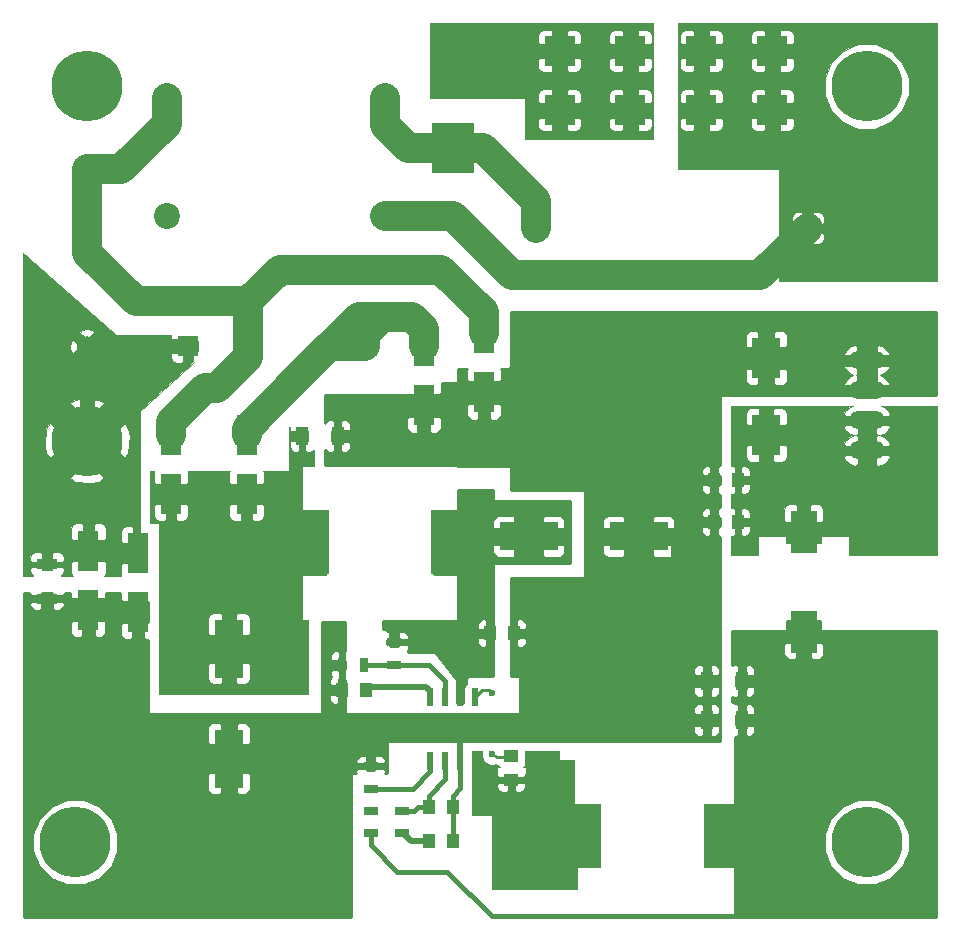
<source format=gtl>
G04 #@! TF.FileFunction,Copper,L1,Top,Signal*
%FSLAX46Y46*%
G04 Gerber Fmt 4.6, Leading zero omitted, Abs format (unit mm)*
G04 Created by KiCad (PCBNEW 4.0.2-4+6225~38~ubuntu15.04.1-stable) date Sa 02 Apr 2016 12:31:30 CEST*
%MOMM*%
G01*
G04 APERTURE LIST*
%ADD10C,0.150000*%
%ADD11R,1.300000X0.700000*%
%ADD12R,1.800860X3.500120*%
%ADD13C,6.000000*%
%ADD14R,0.600000X1.550000*%
%ADD15R,1.175000X1.175000*%
%ADD16R,1.000000X1.600000*%
%ADD17O,3.014980X1.506220*%
%ADD18C,2.199640*%
%ADD19R,2.400300X4.900000*%
%ADD20R,2.400300X3.500120*%
%ADD21R,4.900000X2.400300*%
%ADD22R,1.250000X1.000000*%
%ADD23R,1.000000X1.250000*%
%ADD24R,3.556000X4.191000*%
%ADD25R,2.199640X3.599180*%
%ADD26R,0.700000X1.300000*%
%ADD27R,1.600000X1.600000*%
%ADD28C,1.600000*%
%ADD29R,1.700000X1.700000*%
%ADD30C,1.700000*%
%ADD31R,1.700000X0.900000*%
%ADD32R,5.000000X5.499100*%
%ADD33R,2.500000X2.500000*%
%ADD34C,0.600000*%
%ADD35C,0.889000*%
%ADD36C,2.540000*%
%ADD37C,0.254000*%
%ADD38C,0.400000*%
%ADD39C,0.508000*%
%ADD40C,0.512000*%
%ADD41C,0.762000*%
%ADD42C,1.270000*%
%ADD43C,0.100000*%
G04 APERTURE END LIST*
D10*
D11*
X30000000Y-65450000D03*
X30000000Y-63550000D03*
D12*
X39600000Y-31899360D03*
X39600000Y-26900640D03*
D13*
X6000000Y-6000000D03*
X5000000Y-70000000D03*
X72000000Y-70000000D03*
X72000000Y-6000000D03*
D14*
X38869000Y-57690000D03*
X37599000Y-57690000D03*
X36329000Y-57690000D03*
X35059000Y-57690000D03*
X35059000Y-63090000D03*
X36329000Y-63090000D03*
X37599000Y-63090000D03*
X38869000Y-63090000D03*
D15*
X36376500Y-60977500D03*
X37551500Y-60977500D03*
X36376500Y-59802500D03*
X37551500Y-59802500D03*
D16*
X27200000Y-35600000D03*
X24200000Y-35600000D03*
D17*
X72000000Y-36810000D03*
X72000000Y-34270000D03*
X72000000Y-31730000D03*
X72000000Y-29190000D03*
D18*
X31250000Y-7000000D03*
X12750000Y-7000000D03*
X12750000Y-17000000D03*
X31250000Y-17000000D03*
D19*
X18000000Y-53600000D03*
X18000000Y-62900000D03*
D20*
X63500000Y-35501200D03*
X63500000Y-28998800D03*
D21*
X43400000Y-44100000D03*
X52700000Y-44100000D03*
D22*
X41917000Y-62692000D03*
X41917000Y-64692000D03*
D23*
X34948000Y-69915000D03*
X36948000Y-69915000D03*
X34948000Y-66994000D03*
X36948000Y-66994000D03*
X61078000Y-42864000D03*
X59078000Y-42864000D03*
X61078000Y-39308000D03*
X59078000Y-39308000D03*
D16*
X39718500Y-54802000D03*
X42718500Y-54802000D03*
X61451000Y-59628000D03*
X58451000Y-59628000D03*
X61451000Y-56326000D03*
X58451000Y-56326000D03*
D23*
X29582000Y-57088000D03*
X27582000Y-57088000D03*
D12*
X44711000Y-59287640D03*
X44711000Y-64286360D03*
X34500000Y-32999360D03*
X34500000Y-28000640D03*
X13100000Y-35500640D03*
X13100000Y-40499360D03*
X19500000Y-35500640D03*
X19500000Y-40499360D03*
D24*
X37000000Y-11175000D03*
X37000000Y-4825000D03*
D25*
X66682000Y-52145160D03*
X66682000Y-43742840D03*
D11*
X32646000Y-67314000D03*
X32646000Y-69214000D03*
D26*
X29450000Y-55000000D03*
X27550000Y-55000000D03*
D11*
X32000000Y-53050000D03*
X32000000Y-54950000D03*
X30000000Y-69200000D03*
X30000000Y-67300000D03*
D27*
X67000000Y-18000000D03*
D28*
X44000000Y-18000000D03*
D29*
X14500000Y-28000000D03*
D30*
X29500000Y-28000000D03*
D29*
X6000000Y-13000000D03*
D30*
X6000000Y-28000000D03*
D13*
X6000000Y-36000000D03*
D12*
X10300000Y-50499360D03*
X10300000Y-45500640D03*
X6100000Y-45300640D03*
X6100000Y-50299360D03*
D31*
X2600000Y-49350000D03*
X2600000Y-46450000D03*
D32*
X23992800Y-44600000D03*
X37607200Y-44600000D03*
X47047800Y-69445100D03*
X60662200Y-69445100D03*
D23*
X42100000Y-52300000D03*
X40100000Y-52300000D03*
D33*
X64000000Y-3000000D03*
X64000000Y-8000000D03*
X58000000Y-8000000D03*
X58000000Y-3000000D03*
X46000000Y-8000000D03*
X46000000Y-3000000D03*
X52000000Y-3000000D03*
X52000000Y-8000000D03*
D34*
X40266000Y-57342000D03*
X40266000Y-62549000D03*
D35*
X49000000Y-44000000D03*
X52900000Y-41200000D03*
X26200000Y-62300000D03*
X49700000Y-58200000D03*
X54300000Y-58300000D03*
X54300000Y-52300000D03*
X50400000Y-52200000D03*
X42100000Y-60100000D03*
X45300000Y-56500000D03*
X44300000Y-54800000D03*
X43800000Y-52300000D03*
X47200000Y-57200000D03*
X47200000Y-59800000D03*
X32500000Y-60400000D03*
X57900000Y-41100000D03*
X59000000Y-37100000D03*
X26000000Y-60500000D03*
X27000000Y-52200000D03*
X27500000Y-75500000D03*
X1500000Y-75500000D03*
X18000000Y-66500000D03*
X15500000Y-63000000D03*
X10400000Y-53200000D03*
X8000000Y-50500000D03*
X6000000Y-53000000D03*
X3500000Y-51500000D03*
X1500000Y-51500000D03*
X56750000Y-59628000D03*
X56500000Y-56500000D03*
X58500000Y-54000000D03*
X59000000Y-44500000D03*
X52750000Y-46750000D03*
X43250000Y-39250000D03*
X29000000Y-37500000D03*
X29000000Y-35500000D03*
X32000000Y-35250000D03*
X34500000Y-36250000D03*
X37000000Y-32500000D03*
X37250000Y-35250000D03*
X39750000Y-35250000D03*
X42500000Y-34250000D03*
X42500000Y-32000000D03*
X43000000Y-26250000D03*
X76750000Y-31250000D03*
X76500000Y-26250000D03*
X66250000Y-29000000D03*
X60750000Y-29000000D03*
D34*
X38043500Y-61126600D03*
X37141800Y-61126600D03*
X36329000Y-61139300D03*
X35541600Y-61126600D03*
X37967300Y-59653400D03*
X37141800Y-59640700D03*
X36329000Y-59653400D03*
X35541600Y-59653400D03*
D35*
X55379000Y-48769500D03*
X30106000Y-62168000D03*
X30106000Y-59945500D03*
X54363000Y-39244500D03*
X51061000Y-35244000D03*
D36*
X31250000Y-17000000D02*
X37000000Y-17000000D01*
X63000000Y-22000000D02*
X67000000Y-18000000D01*
X42000000Y-22000000D02*
X63000000Y-22000000D01*
X37000000Y-17000000D02*
X42000000Y-22000000D01*
D37*
X41917000Y-62739500D02*
X40710500Y-62739500D01*
X39471000Y-57088000D02*
X38869000Y-57690000D01*
X40012000Y-57088000D02*
X39471000Y-57088000D01*
X40266000Y-57342000D02*
X40012000Y-57088000D01*
X40710500Y-62739500D02*
X40266000Y-62549000D01*
X38869000Y-57690000D02*
X38869000Y-57596000D01*
D38*
X36329000Y-63090000D02*
X36329000Y-64671000D01*
X34948000Y-66052000D02*
X34948000Y-66994000D01*
X36329000Y-64671000D02*
X34948000Y-66052000D01*
X32646000Y-67314000D02*
X33686000Y-67314000D01*
X34006000Y-66994000D02*
X34948000Y-66994000D01*
X33686000Y-67314000D02*
X34006000Y-66994000D01*
D39*
X49000000Y-42100000D02*
X49000000Y-44000000D01*
X50000000Y-41100000D02*
X49000000Y-42100000D01*
X52800000Y-41100000D02*
X50000000Y-41100000D01*
X52900000Y-41200000D02*
X52800000Y-41100000D01*
X30106000Y-62168000D02*
X29868000Y-62168000D01*
X26500000Y-62000000D02*
X26200000Y-62300000D01*
X29700000Y-62000000D02*
X26500000Y-62000000D01*
X29868000Y-62168000D02*
X29700000Y-62000000D01*
X47200000Y-57200000D02*
X47200000Y-55400000D01*
X54300000Y-52300000D02*
X54300000Y-58300000D01*
X47200000Y-55400000D02*
X50400000Y-52200000D01*
X56750000Y-59628000D02*
X47372000Y-59628000D01*
X42912360Y-59287640D02*
X44711000Y-59287640D01*
X42100000Y-60100000D02*
X42912360Y-59287640D01*
X47200000Y-57200000D02*
X46500000Y-56500000D01*
X46500000Y-56500000D02*
X45300000Y-56500000D01*
X44300000Y-54800000D02*
X44400000Y-54700000D01*
X44400000Y-54700000D02*
X44400000Y-52900000D01*
X44400000Y-52900000D02*
X43800000Y-52300000D01*
X47372000Y-59628000D02*
X47200000Y-59800000D01*
X30106000Y-62168000D02*
X30106000Y-61794000D01*
X31500000Y-60400000D02*
X32500000Y-60400000D01*
X30106000Y-61794000D02*
X31500000Y-60400000D01*
X59000000Y-37100000D02*
X59000000Y-37500000D01*
X57900000Y-41100000D02*
X57400000Y-40600000D01*
X57400000Y-40600000D02*
X57400000Y-37900000D01*
X57400000Y-37900000D02*
X58200000Y-37100000D01*
X58200000Y-37100000D02*
X59000000Y-37100000D01*
X59078000Y-37578000D02*
X59078000Y-39308000D01*
X59000000Y-37500000D02*
X59078000Y-37578000D01*
D40*
X41917000Y-52071500D02*
X41980500Y-52071500D01*
X41980500Y-52071500D02*
X42044000Y-52135000D01*
D37*
X27550000Y-55000000D02*
X27550000Y-53050000D01*
X27550000Y-53050000D02*
X27000000Y-52200000D01*
X2600000Y-50900000D02*
X2600000Y-49350000D01*
X27500000Y-75500000D02*
X1500000Y-75500000D01*
X18000000Y-66500000D02*
X14500000Y-66500000D01*
X14500000Y-66500000D02*
X15500000Y-65500000D01*
X15500000Y-65500000D02*
X15500000Y-63000000D01*
X10400000Y-53200000D02*
X10000000Y-53500000D01*
X10000000Y-53500000D02*
X9000000Y-53500000D01*
X9000000Y-53500000D02*
X8000000Y-52500000D01*
X8000000Y-52500000D02*
X8000000Y-50500000D01*
X6000000Y-53000000D02*
X6000000Y-53500000D01*
X6000000Y-53500000D02*
X5500000Y-53500000D01*
X5500000Y-53500000D02*
X3500000Y-51500000D01*
X1500000Y-51500000D02*
X2000000Y-51000000D01*
X2000000Y-51000000D02*
X2500000Y-51000000D01*
X2500000Y-51000000D02*
X2600000Y-50900000D01*
X55379000Y-48769500D02*
X54769500Y-48769500D01*
X56750000Y-56750000D02*
X56750000Y-59628000D01*
X56500000Y-56500000D02*
X56750000Y-56750000D01*
X58750000Y-44750000D02*
X58500000Y-54000000D01*
X59000000Y-44500000D02*
X58750000Y-44750000D01*
X54769500Y-48769500D02*
X52750000Y-46750000D01*
X52700000Y-41950000D02*
X52700000Y-44100000D01*
X50250000Y-39500000D02*
X52700000Y-41950000D01*
X43500000Y-39500000D02*
X50250000Y-39500000D01*
X43250000Y-39250000D02*
X43500000Y-39500000D01*
X29000000Y-35500000D02*
X29000000Y-37500000D01*
X32250000Y-35250000D02*
X32000000Y-35250000D01*
X33250000Y-36250000D02*
X32250000Y-35250000D01*
X34500000Y-36250000D02*
X33250000Y-36250000D01*
X37000000Y-35000000D02*
X37000000Y-32500000D01*
X37250000Y-35250000D02*
X37000000Y-35000000D01*
X41500000Y-35250000D02*
X39750000Y-35250000D01*
X42500000Y-34250000D02*
X41500000Y-35250000D01*
X42500000Y-26750000D02*
X42500000Y-32000000D01*
X43000000Y-26250000D02*
X42500000Y-26750000D01*
X76750000Y-26500000D02*
X76750000Y-31250000D01*
X76500000Y-26250000D02*
X76750000Y-26500000D01*
X60750000Y-29000000D02*
X66250000Y-29000000D01*
D38*
X36948000Y-69915000D02*
X36948000Y-66994000D01*
X37599000Y-63090000D02*
X37599000Y-65401000D01*
X36948000Y-66052000D02*
X36948000Y-66994000D01*
X37599000Y-65401000D02*
X36948000Y-66052000D01*
D37*
X38043500Y-61126600D02*
X37894400Y-60977500D01*
X37894400Y-60977500D02*
X37551500Y-60977500D01*
X37141800Y-61126600D02*
X37290900Y-60977500D01*
X37290900Y-60977500D02*
X37551500Y-60977500D01*
X36329000Y-61139300D02*
X36376500Y-61091800D01*
X36376500Y-61091800D02*
X36376500Y-60977500D01*
X37967300Y-59653400D02*
X37818200Y-59802500D01*
X37818200Y-59802500D02*
X37551500Y-59802500D01*
X37141800Y-59640700D02*
X37303600Y-59802500D01*
X37303600Y-59802500D02*
X37551500Y-59802500D01*
X30106000Y-59945500D02*
X35249500Y-59945500D01*
X36329000Y-59653400D02*
X36262200Y-59720200D01*
X35249500Y-59945500D02*
X35541600Y-59653400D01*
X36262200Y-59720200D02*
X36262200Y-59802500D01*
D39*
X57093500Y-42864000D02*
X59125500Y-42864000D01*
X55696500Y-44261000D02*
X57093500Y-42864000D01*
X55696500Y-48452000D02*
X55696500Y-44261000D01*
X55379000Y-48769500D02*
X55696500Y-48452000D01*
X31884000Y-60390000D02*
X36964000Y-60390000D01*
X30106000Y-62168000D02*
X31884000Y-60390000D01*
X54426500Y-39308000D02*
X59125500Y-39308000D01*
X54363000Y-39244500D02*
X54426500Y-39308000D01*
X50553000Y-34736000D02*
X50553000Y-29996360D01*
X51061000Y-35244000D02*
X50553000Y-34736000D01*
D41*
X44711000Y-59287640D02*
X44711000Y-59628000D01*
X44711000Y-59628000D02*
X45727000Y-60644000D01*
X44711000Y-59287640D02*
X44711000Y-59691500D01*
X39631000Y-60390000D02*
X36964000Y-60390000D01*
X39821500Y-60580500D02*
X39631000Y-60390000D01*
X43822000Y-60580500D02*
X39821500Y-60580500D01*
X44711000Y-59691500D02*
X43822000Y-60580500D01*
D40*
X37599000Y-63057000D02*
X37599000Y-61025000D01*
X37599000Y-61025000D02*
X36964000Y-60390000D01*
D38*
X32000000Y-54950000D02*
X34950000Y-54950000D01*
X36329000Y-56329000D02*
X36329000Y-57690000D01*
X34950000Y-54950000D02*
X36329000Y-56329000D01*
X32000000Y-54950000D02*
X29500000Y-54950000D01*
D37*
X29500000Y-54950000D02*
X29450000Y-55000000D01*
D41*
X44711000Y-64286360D02*
X44711000Y-64517500D01*
X44711000Y-64286360D02*
X44561140Y-64286360D01*
X44711000Y-64286360D02*
X44711000Y-64708000D01*
X44711000Y-64286360D02*
X44711000Y-65597000D01*
X44711000Y-64286360D02*
X44543360Y-64286360D01*
D38*
X35059000Y-63090000D02*
X35059000Y-63941000D01*
X33550000Y-65450000D02*
X30000000Y-65450000D01*
X35059000Y-63941000D02*
X33550000Y-65450000D01*
D40*
X35059000Y-63057000D02*
X35059000Y-63311000D01*
X39567500Y-54802000D02*
X39250000Y-54802000D01*
D38*
X30000000Y-69200000D02*
X30000000Y-70250000D01*
X63000000Y-74750000D02*
X63000000Y-71782900D01*
X61500000Y-76250000D02*
X63000000Y-74750000D01*
X40250000Y-76250000D02*
X61500000Y-76250000D01*
X36500000Y-72500000D02*
X40250000Y-76250000D01*
X32250000Y-72500000D02*
X36500000Y-72500000D01*
X30000000Y-70250000D02*
X32250000Y-72500000D01*
X63000000Y-71782900D02*
X60662200Y-69445100D01*
D37*
X62000000Y-70782900D02*
X60662200Y-69445100D01*
X62500000Y-71282900D02*
X60662200Y-69445100D01*
D42*
X61602000Y-56326000D02*
X61729000Y-56326000D01*
D40*
X32646000Y-69216500D02*
X32709500Y-69216500D01*
X33408000Y-69915000D02*
X34995500Y-69915000D01*
X32709500Y-69216500D02*
X33408000Y-69915000D01*
X35059000Y-57723000D02*
X35059000Y-57215000D01*
X29788500Y-56834000D02*
X29534500Y-57088000D01*
X34678000Y-56834000D02*
X29788500Y-56834000D01*
X35059000Y-57215000D02*
X34678000Y-56834000D01*
D42*
X6000000Y-36000000D02*
X6000000Y-28000000D01*
X6000000Y-28000000D02*
X14500000Y-28000000D01*
D36*
X29500000Y-28000000D02*
X26500000Y-28000000D01*
X26500000Y-28000000D02*
X25750000Y-28750000D01*
X23875000Y-30625000D02*
X25750000Y-28750000D01*
X19500000Y-35000000D02*
X23875000Y-30625000D01*
X25750000Y-28750000D02*
X29000000Y-25500000D01*
X29000000Y-25500000D02*
X33500000Y-25500000D01*
X19500000Y-35500640D02*
X19500000Y-35000000D01*
X34500000Y-28000640D02*
X34500000Y-26500000D01*
X34500000Y-26500000D02*
X33500000Y-25500000D01*
X33500000Y-25500000D02*
X31000000Y-25500000D01*
X29500000Y-27000000D02*
X29500000Y-28000000D01*
X31000000Y-25500000D02*
X29500000Y-27000000D01*
X13100000Y-35500640D02*
X13100000Y-34400000D01*
X13100000Y-34400000D02*
X16000000Y-31500000D01*
X16000000Y-31500000D02*
X17000000Y-31500000D01*
X17000000Y-31500000D02*
X19600000Y-28900000D01*
X19600000Y-28900000D02*
X19600000Y-24200000D01*
X12750000Y-7000000D02*
X12750000Y-9150000D01*
X39600000Y-26900640D02*
X39600000Y-25100000D01*
X22300000Y-21500000D02*
X19600000Y-24200000D01*
X36000000Y-21500000D02*
X22300000Y-21500000D01*
X39600000Y-25100000D02*
X36000000Y-21500000D01*
X6000000Y-13000000D02*
X8900000Y-13000000D01*
X8900000Y-13000000D02*
X12750000Y-9150000D01*
X6000000Y-20100000D02*
X6000000Y-13000000D01*
X10100000Y-24200000D02*
X6000000Y-20100000D01*
X19600000Y-24200000D02*
X10100000Y-24200000D01*
X37000000Y-11175000D02*
X39475000Y-11175000D01*
X39475000Y-11175000D02*
X44000000Y-15700000D01*
X44000000Y-15700000D02*
X44000000Y-18000000D01*
X31250000Y-7000000D02*
X31250000Y-9250000D01*
X33175000Y-11175000D02*
X37000000Y-11175000D01*
X31250000Y-9250000D02*
X33175000Y-11175000D01*
D39*
X37000000Y-11175000D02*
X35425000Y-11175000D01*
D37*
G36*
X77873000Y-32123000D02*
X73931927Y-32123000D01*
X73924650Y-32106555D01*
X72753745Y-32106555D01*
X72753745Y-32123000D01*
X71246255Y-32123000D01*
X71246255Y-32106555D01*
X70075350Y-32106555D01*
X70068073Y-32123000D01*
X59750000Y-32123000D01*
X59700590Y-32133006D01*
X59658965Y-32161447D01*
X59631685Y-32203841D01*
X59623000Y-32250000D01*
X59623000Y-38048000D01*
X59486750Y-38048000D01*
X59328000Y-38206750D01*
X59328000Y-38995500D01*
X59578000Y-38995500D01*
X59578000Y-39620500D01*
X59328000Y-39620500D01*
X59328000Y-40409250D01*
X59486750Y-40568000D01*
X59623000Y-40568000D01*
X59623000Y-41604000D01*
X59486750Y-41604000D01*
X59328000Y-41762750D01*
X59328000Y-42551500D01*
X59578000Y-42551500D01*
X59578000Y-43176500D01*
X59328000Y-43176500D01*
X59328000Y-43965250D01*
X59486750Y-44124000D01*
X59623000Y-44124000D01*
X59623000Y-61373000D01*
X31500000Y-61373000D01*
X31450590Y-61383006D01*
X31408965Y-61411447D01*
X31381685Y-61453841D01*
X31373000Y-61500000D01*
X31373000Y-64123000D01*
X31244949Y-64123000D01*
X31285000Y-64026309D01*
X31285000Y-63883750D01*
X31126250Y-63725000D01*
X30325000Y-63725000D01*
X30325000Y-63900000D01*
X29675000Y-63900000D01*
X29675000Y-63725000D01*
X28873750Y-63725000D01*
X28715000Y-63883750D01*
X28715000Y-64026309D01*
X28755051Y-64123000D01*
X28500000Y-64123000D01*
X28450590Y-64133006D01*
X28408965Y-64161447D01*
X28381685Y-64203841D01*
X28373000Y-64250000D01*
X28373000Y-76315000D01*
X685000Y-76315000D01*
X685000Y-70719874D01*
X1364370Y-70719874D01*
X1916600Y-72056372D01*
X2938249Y-73079806D01*
X4273782Y-73634368D01*
X5719874Y-73635630D01*
X7056372Y-73083400D01*
X8079806Y-72061751D01*
X8634368Y-70726218D01*
X8635630Y-69280126D01*
X8083400Y-67943628D01*
X7061751Y-66920194D01*
X5726218Y-66365632D01*
X4280126Y-66364370D01*
X2943628Y-66916600D01*
X1920194Y-67938249D01*
X1365632Y-69273782D01*
X1364370Y-70719874D01*
X685000Y-70719874D01*
X685000Y-64201750D01*
X16164850Y-64201750D01*
X16164850Y-65476309D01*
X16261523Y-65709698D01*
X16440151Y-65888327D01*
X16673540Y-65985000D01*
X17241175Y-65985000D01*
X17399925Y-65826250D01*
X17399925Y-64043000D01*
X18600075Y-64043000D01*
X18600075Y-65826250D01*
X18758825Y-65985000D01*
X19326460Y-65985000D01*
X19559849Y-65888327D01*
X19738477Y-65709698D01*
X19835150Y-65476309D01*
X19835150Y-64201750D01*
X19676400Y-64043000D01*
X18600075Y-64043000D01*
X17399925Y-64043000D01*
X16323600Y-64043000D01*
X16164850Y-64201750D01*
X685000Y-64201750D01*
X685000Y-63073691D01*
X28715000Y-63073691D01*
X28715000Y-63216250D01*
X28873750Y-63375000D01*
X29675000Y-63375000D01*
X29675000Y-62723750D01*
X30325000Y-62723750D01*
X30325000Y-63375000D01*
X31126250Y-63375000D01*
X31285000Y-63216250D01*
X31285000Y-63073691D01*
X31188327Y-62840302D01*
X31009699Y-62661673D01*
X30776310Y-62565000D01*
X30483750Y-62565000D01*
X30325000Y-62723750D01*
X29675000Y-62723750D01*
X29516250Y-62565000D01*
X29223690Y-62565000D01*
X28990301Y-62661673D01*
X28811673Y-62840302D01*
X28715000Y-63073691D01*
X685000Y-63073691D01*
X685000Y-60323691D01*
X16164850Y-60323691D01*
X16164850Y-61598250D01*
X16323600Y-61757000D01*
X17399925Y-61757000D01*
X17399925Y-59973750D01*
X18600075Y-59973750D01*
X18600075Y-61757000D01*
X19676400Y-61757000D01*
X19835150Y-61598250D01*
X19835150Y-60323691D01*
X19778428Y-60186750D01*
X57316000Y-60186750D01*
X57316000Y-60554310D01*
X57412673Y-60787699D01*
X57591302Y-60966327D01*
X57824691Y-61063000D01*
X58042250Y-61063000D01*
X58201000Y-60904250D01*
X58201000Y-60028000D01*
X58701000Y-60028000D01*
X58701000Y-60904250D01*
X58859750Y-61063000D01*
X59077309Y-61063000D01*
X59310698Y-60966327D01*
X59489327Y-60787699D01*
X59586000Y-60554310D01*
X59586000Y-60186750D01*
X59427250Y-60028000D01*
X58701000Y-60028000D01*
X58201000Y-60028000D01*
X57474750Y-60028000D01*
X57316000Y-60186750D01*
X19778428Y-60186750D01*
X19738477Y-60090302D01*
X19559849Y-59911673D01*
X19326460Y-59815000D01*
X18758825Y-59815000D01*
X18600075Y-59973750D01*
X17399925Y-59973750D01*
X17241175Y-59815000D01*
X16673540Y-59815000D01*
X16440151Y-59911673D01*
X16261523Y-60090302D01*
X16164850Y-60323691D01*
X685000Y-60323691D01*
X685000Y-51333140D01*
X4564570Y-51333140D01*
X4564570Y-52175729D01*
X4661243Y-52409118D01*
X4839871Y-52587747D01*
X5073260Y-52684420D01*
X5491035Y-52684420D01*
X5649785Y-52525670D01*
X5649785Y-51174390D01*
X6550215Y-51174390D01*
X6550215Y-52525670D01*
X6708965Y-52684420D01*
X7126740Y-52684420D01*
X7360129Y-52587747D01*
X7538757Y-52409118D01*
X7635430Y-52175729D01*
X7635430Y-51533140D01*
X8764570Y-51533140D01*
X8764570Y-52375729D01*
X8861243Y-52609118D01*
X9039871Y-52787747D01*
X9273260Y-52884420D01*
X9691035Y-52884420D01*
X9849785Y-52725670D01*
X9849785Y-51374390D01*
X8923320Y-51374390D01*
X8764570Y-51533140D01*
X7635430Y-51533140D01*
X7635430Y-51333140D01*
X7476680Y-51174390D01*
X6550215Y-51174390D01*
X5649785Y-51174390D01*
X4723320Y-51174390D01*
X4564570Y-51333140D01*
X685000Y-51333140D01*
X685000Y-49733750D01*
X1115000Y-49733750D01*
X1115000Y-49926309D01*
X1211673Y-50159698D01*
X1390301Y-50338327D01*
X1623690Y-50435000D01*
X2016250Y-50435000D01*
X2175000Y-50276250D01*
X2175000Y-49575000D01*
X3025000Y-49575000D01*
X3025000Y-50276250D01*
X3183750Y-50435000D01*
X3576310Y-50435000D01*
X3809699Y-50338327D01*
X3988327Y-50159698D01*
X4085000Y-49926309D01*
X4085000Y-49733750D01*
X3926250Y-49575000D01*
X3025000Y-49575000D01*
X2175000Y-49575000D01*
X1273750Y-49575000D01*
X1115000Y-49733750D01*
X685000Y-49733750D01*
X685000Y-48877000D01*
X1115000Y-48877000D01*
X1115000Y-48966250D01*
X1273750Y-49125000D01*
X2175000Y-49125000D01*
X2175000Y-48900000D01*
X3025000Y-48900000D01*
X3025000Y-49125000D01*
X3926250Y-49125000D01*
X4085000Y-48966250D01*
X4085000Y-48877000D01*
X4564570Y-48877000D01*
X4564570Y-49265580D01*
X4723320Y-49424330D01*
X5649785Y-49424330D01*
X5649785Y-49136360D01*
X6550215Y-49136360D01*
X6550215Y-49424330D01*
X7476680Y-49424330D01*
X7635430Y-49265580D01*
X7635430Y-48877000D01*
X8764570Y-48877000D01*
X8764570Y-49465580D01*
X8923320Y-49624330D01*
X9849785Y-49624330D01*
X9849785Y-49336360D01*
X10750215Y-49336360D01*
X10750215Y-49624330D01*
X11123000Y-49624330D01*
X11123000Y-51374390D01*
X10750215Y-51374390D01*
X10750215Y-52725670D01*
X10908965Y-52884420D01*
X11123000Y-52884420D01*
X11123000Y-59000000D01*
X11133006Y-59049410D01*
X11161447Y-59091035D01*
X11203841Y-59118315D01*
X11250000Y-59127000D01*
X25750000Y-59127000D01*
X25799410Y-59116994D01*
X25841035Y-59088553D01*
X25868315Y-59046159D01*
X25877000Y-59000000D01*
X25877000Y-57559250D01*
X26447000Y-57559250D01*
X26447000Y-57839310D01*
X26543673Y-58072699D01*
X26722302Y-58251327D01*
X26955691Y-58348000D01*
X27173250Y-58348000D01*
X27332000Y-58189250D01*
X27332000Y-57400500D01*
X26605750Y-57400500D01*
X26447000Y-57559250D01*
X25877000Y-57559250D01*
X25877000Y-56336690D01*
X26447000Y-56336690D01*
X26447000Y-56616750D01*
X26605750Y-56775500D01*
X27332000Y-56775500D01*
X27332000Y-56169250D01*
X27375000Y-56126250D01*
X27375000Y-55325000D01*
X26723750Y-55325000D01*
X26565000Y-55483750D01*
X26565000Y-55776310D01*
X26654527Y-55992447D01*
X26543673Y-56103301D01*
X26447000Y-56336690D01*
X25877000Y-56336690D01*
X25877000Y-54223690D01*
X26565000Y-54223690D01*
X26565000Y-54516250D01*
X26723750Y-54675000D01*
X27375000Y-54675000D01*
X27375000Y-53873750D01*
X27216250Y-53715000D01*
X27073691Y-53715000D01*
X26840302Y-53811673D01*
X26661673Y-53990301D01*
X26565000Y-54223690D01*
X25877000Y-54223690D01*
X25877000Y-51377000D01*
X27873000Y-51377000D01*
X27873000Y-53725750D01*
X27725000Y-53873750D01*
X27725000Y-54675000D01*
X27873000Y-54675000D01*
X27873000Y-55325000D01*
X27725000Y-55325000D01*
X27725000Y-56126250D01*
X27832000Y-56233250D01*
X27832000Y-56775500D01*
X27873000Y-56775500D01*
X27873000Y-57400500D01*
X27832000Y-57400500D01*
X27832000Y-58189250D01*
X27873000Y-58230250D01*
X27873000Y-59000000D01*
X27883006Y-59049410D01*
X27911447Y-59091035D01*
X27953841Y-59118315D01*
X28000000Y-59127000D01*
X42500000Y-59127000D01*
X42549410Y-59116994D01*
X42591035Y-59088553D01*
X42618315Y-59046159D01*
X42627000Y-59000000D01*
X42627000Y-58701690D01*
X57316000Y-58701690D01*
X57316000Y-59069250D01*
X57474750Y-59228000D01*
X58201000Y-59228000D01*
X58201000Y-58351750D01*
X58701000Y-58351750D01*
X58701000Y-59228000D01*
X59427250Y-59228000D01*
X59586000Y-59069250D01*
X59586000Y-58701690D01*
X59489327Y-58468301D01*
X59310698Y-58289673D01*
X59077309Y-58193000D01*
X58859750Y-58193000D01*
X58701000Y-58351750D01*
X58201000Y-58351750D01*
X58042250Y-58193000D01*
X57824691Y-58193000D01*
X57591302Y-58289673D01*
X57412673Y-58468301D01*
X57316000Y-58701690D01*
X42627000Y-58701690D01*
X42627000Y-56884750D01*
X57316000Y-56884750D01*
X57316000Y-57252310D01*
X57412673Y-57485699D01*
X57591302Y-57664327D01*
X57824691Y-57761000D01*
X58042250Y-57761000D01*
X58201000Y-57602250D01*
X58201000Y-56726000D01*
X58701000Y-56726000D01*
X58701000Y-57602250D01*
X58859750Y-57761000D01*
X59077309Y-57761000D01*
X59310698Y-57664327D01*
X59489327Y-57485699D01*
X59586000Y-57252310D01*
X59586000Y-56884750D01*
X59427250Y-56726000D01*
X58701000Y-56726000D01*
X58201000Y-56726000D01*
X57474750Y-56726000D01*
X57316000Y-56884750D01*
X42627000Y-56884750D01*
X42627000Y-56000000D01*
X42616994Y-55950590D01*
X42588553Y-55908965D01*
X42546159Y-55881685D01*
X42500000Y-55873000D01*
X41877000Y-55873000D01*
X41877000Y-55399690D01*
X57316000Y-55399690D01*
X57316000Y-55767250D01*
X57474750Y-55926000D01*
X58201000Y-55926000D01*
X58201000Y-55049750D01*
X58701000Y-55049750D01*
X58701000Y-55926000D01*
X59427250Y-55926000D01*
X59586000Y-55767250D01*
X59586000Y-55399690D01*
X59489327Y-55166301D01*
X59310698Y-54987673D01*
X59077309Y-54891000D01*
X58859750Y-54891000D01*
X58701000Y-55049750D01*
X58201000Y-55049750D01*
X58042250Y-54891000D01*
X57824691Y-54891000D01*
X57591302Y-54987673D01*
X57412673Y-55166301D01*
X57316000Y-55399690D01*
X41877000Y-55399690D01*
X41877000Y-52612500D01*
X42350000Y-52612500D01*
X42350000Y-53401250D01*
X42508750Y-53560000D01*
X42726309Y-53560000D01*
X42959698Y-53463327D01*
X43138327Y-53284699D01*
X43235000Y-53051310D01*
X43235000Y-52771250D01*
X43076250Y-52612500D01*
X42350000Y-52612500D01*
X41877000Y-52612500D01*
X41877000Y-51198750D01*
X42350000Y-51198750D01*
X42350000Y-51987500D01*
X43076250Y-51987500D01*
X43235000Y-51828750D01*
X43235000Y-51548690D01*
X43138327Y-51315301D01*
X42959698Y-51136673D01*
X42726309Y-51040000D01*
X42508750Y-51040000D01*
X42350000Y-51198750D01*
X41877000Y-51198750D01*
X41877000Y-47627000D01*
X48000000Y-47627000D01*
X48049410Y-47616994D01*
X48091035Y-47588553D01*
X48118315Y-47546159D01*
X48127000Y-47500000D01*
X48127000Y-44858825D01*
X49615000Y-44858825D01*
X49615000Y-45426460D01*
X49711673Y-45659849D01*
X49890302Y-45838477D01*
X50123691Y-45935150D01*
X51398250Y-45935150D01*
X51557000Y-45776400D01*
X51557000Y-44700075D01*
X53843000Y-44700075D01*
X53843000Y-45776400D01*
X54001750Y-45935150D01*
X55276309Y-45935150D01*
X55509698Y-45838477D01*
X55688327Y-45659849D01*
X55785000Y-45426460D01*
X55785000Y-44858825D01*
X55626250Y-44700075D01*
X53843000Y-44700075D01*
X51557000Y-44700075D01*
X49773750Y-44700075D01*
X49615000Y-44858825D01*
X48127000Y-44858825D01*
X48127000Y-42773540D01*
X49615000Y-42773540D01*
X49615000Y-43341175D01*
X49773750Y-43499925D01*
X51557000Y-43499925D01*
X51557000Y-42423600D01*
X53843000Y-42423600D01*
X53843000Y-43499925D01*
X55626250Y-43499925D01*
X55785000Y-43341175D01*
X55785000Y-43335250D01*
X57943000Y-43335250D01*
X57943000Y-43615310D01*
X58039673Y-43848699D01*
X58218302Y-44027327D01*
X58451691Y-44124000D01*
X58669250Y-44124000D01*
X58828000Y-43965250D01*
X58828000Y-43176500D01*
X58101750Y-43176500D01*
X57943000Y-43335250D01*
X55785000Y-43335250D01*
X55785000Y-42773540D01*
X55688327Y-42540151D01*
X55509698Y-42361523D01*
X55276309Y-42264850D01*
X54001750Y-42264850D01*
X53843000Y-42423600D01*
X51557000Y-42423600D01*
X51398250Y-42264850D01*
X50123691Y-42264850D01*
X49890302Y-42361523D01*
X49711673Y-42540151D01*
X49615000Y-42773540D01*
X48127000Y-42773540D01*
X48127000Y-42112690D01*
X57943000Y-42112690D01*
X57943000Y-42392750D01*
X58101750Y-42551500D01*
X58828000Y-42551500D01*
X58828000Y-41762750D01*
X58669250Y-41604000D01*
X58451691Y-41604000D01*
X58218302Y-41700673D01*
X58039673Y-41879301D01*
X57943000Y-42112690D01*
X48127000Y-42112690D01*
X48127000Y-40250000D01*
X48116994Y-40200590D01*
X48088553Y-40158965D01*
X48046159Y-40131685D01*
X48000000Y-40123000D01*
X41877000Y-40123000D01*
X41877000Y-39779250D01*
X57943000Y-39779250D01*
X57943000Y-40059310D01*
X58039673Y-40292699D01*
X58218302Y-40471327D01*
X58451691Y-40568000D01*
X58669250Y-40568000D01*
X58828000Y-40409250D01*
X58828000Y-39620500D01*
X58101750Y-39620500D01*
X57943000Y-39779250D01*
X41877000Y-39779250D01*
X41877000Y-38556690D01*
X57943000Y-38556690D01*
X57943000Y-38836750D01*
X58101750Y-38995500D01*
X58828000Y-38995500D01*
X58828000Y-38206750D01*
X58669250Y-38048000D01*
X58451691Y-38048000D01*
X58218302Y-38144673D01*
X58039673Y-38323301D01*
X57943000Y-38556690D01*
X41877000Y-38556690D01*
X41877000Y-38250000D01*
X41866994Y-38200590D01*
X41838553Y-38158965D01*
X41796159Y-38131685D01*
X41750000Y-38123000D01*
X37371920Y-38123000D01*
X37368315Y-38103841D01*
X37341035Y-38061447D01*
X37299410Y-38033006D01*
X37250000Y-38023000D01*
X26127000Y-38023000D01*
X26127000Y-36743002D01*
X26154757Y-36743002D01*
X26161673Y-36759699D01*
X26340302Y-36938327D01*
X26573691Y-37035000D01*
X26791250Y-37035000D01*
X26950000Y-36876250D01*
X26950000Y-36000000D01*
X27450000Y-36000000D01*
X27450000Y-36876250D01*
X27608750Y-37035000D01*
X27826309Y-37035000D01*
X28059698Y-36938327D01*
X28238327Y-36759699D01*
X28335000Y-36526310D01*
X28335000Y-36158750D01*
X28176250Y-36000000D01*
X27450000Y-36000000D01*
X26950000Y-36000000D01*
X26700000Y-36000000D01*
X26700000Y-35200000D01*
X26950000Y-35200000D01*
X26950000Y-34323750D01*
X27450000Y-34323750D01*
X27450000Y-35200000D01*
X28176250Y-35200000D01*
X28335000Y-35041250D01*
X28335000Y-34673690D01*
X28238327Y-34440301D01*
X28059698Y-34261673D01*
X27826309Y-34165000D01*
X27608750Y-34165000D01*
X27450000Y-34323750D01*
X26950000Y-34323750D01*
X26791250Y-34165000D01*
X26573691Y-34165000D01*
X26340302Y-34261673D01*
X26161673Y-34440301D01*
X26154757Y-34456998D01*
X26127000Y-34456998D01*
X26127000Y-34033140D01*
X32964570Y-34033140D01*
X32964570Y-34875729D01*
X33061243Y-35109118D01*
X33239871Y-35287747D01*
X33473260Y-35384420D01*
X33891035Y-35384420D01*
X34049785Y-35225670D01*
X34049785Y-33874390D01*
X34950215Y-33874390D01*
X34950215Y-35225670D01*
X35108965Y-35384420D01*
X35526740Y-35384420D01*
X35760129Y-35287747D01*
X35938757Y-35109118D01*
X36035430Y-34875729D01*
X36035430Y-34033140D01*
X35876680Y-33874390D01*
X34950215Y-33874390D01*
X34049785Y-33874390D01*
X33123320Y-33874390D01*
X32964570Y-34033140D01*
X26127000Y-34033140D01*
X26127000Y-32933140D01*
X38064570Y-32933140D01*
X38064570Y-33775729D01*
X38161243Y-34009118D01*
X38339871Y-34187747D01*
X38573260Y-34284420D01*
X38991035Y-34284420D01*
X39149785Y-34125670D01*
X39149785Y-32774390D01*
X40050215Y-32774390D01*
X40050215Y-34125670D01*
X40208965Y-34284420D01*
X40626740Y-34284420D01*
X40860129Y-34187747D01*
X41038757Y-34009118D01*
X41135430Y-33775729D01*
X41135430Y-32933140D01*
X40976680Y-32774390D01*
X40050215Y-32774390D01*
X39149785Y-32774390D01*
X38223320Y-32774390D01*
X38064570Y-32933140D01*
X26127000Y-32933140D01*
X26127000Y-32127000D01*
X33000000Y-32127000D01*
X33049410Y-32116994D01*
X33088960Y-32089970D01*
X33123320Y-32124330D01*
X34049785Y-32124330D01*
X34049785Y-31836360D01*
X34950215Y-31836360D01*
X34950215Y-32124330D01*
X35876680Y-32124330D01*
X36035430Y-31965580D01*
X36035430Y-31127000D01*
X37250000Y-31127000D01*
X37299410Y-31116994D01*
X37341035Y-31088553D01*
X37368315Y-31046159D01*
X37377000Y-31000000D01*
X37377000Y-29877000D01*
X38125042Y-29877000D01*
X38064570Y-30022991D01*
X38064570Y-30865580D01*
X38223320Y-31024330D01*
X39149785Y-31024330D01*
X39149785Y-30736360D01*
X40050215Y-30736360D01*
X40050215Y-31024330D01*
X40976680Y-31024330D01*
X41135430Y-30865580D01*
X41135430Y-30032580D01*
X61664850Y-30032580D01*
X61664850Y-30875169D01*
X61761523Y-31108558D01*
X61940151Y-31287187D01*
X62173540Y-31383860D01*
X62741175Y-31383860D01*
X62899925Y-31225110D01*
X62899925Y-29873830D01*
X64100075Y-29873830D01*
X64100075Y-31225110D01*
X64258825Y-31383860D01*
X64826460Y-31383860D01*
X65059849Y-31287187D01*
X65238477Y-31108558D01*
X65335150Y-30875169D01*
X65335150Y-30032580D01*
X65176400Y-29873830D01*
X64100075Y-29873830D01*
X62899925Y-29873830D01*
X61823600Y-29873830D01*
X61664850Y-30032580D01*
X41135430Y-30032580D01*
X41135430Y-30022991D01*
X41074958Y-29877000D01*
X41750000Y-29877000D01*
X41799410Y-29866994D01*
X41841035Y-29838553D01*
X41868315Y-29796159D01*
X41873062Y-29770925D01*
X69984915Y-29770925D01*
X70122849Y-30006526D01*
X70520786Y-30374037D01*
X70754128Y-30460000D01*
X70520786Y-30545963D01*
X70122849Y-30913474D01*
X69984915Y-31149075D01*
X70075350Y-31353445D01*
X71246255Y-31353445D01*
X71246255Y-30500468D01*
X71184255Y-30460000D01*
X71246255Y-30419532D01*
X71246255Y-29566555D01*
X72753745Y-29566555D01*
X72753745Y-30419532D01*
X72815745Y-30460000D01*
X72753745Y-30500468D01*
X72753745Y-31353445D01*
X73924650Y-31353445D01*
X74015085Y-31149075D01*
X73877151Y-30913474D01*
X73479214Y-30545963D01*
X73245872Y-30460000D01*
X73479214Y-30374037D01*
X73877151Y-30006526D01*
X74015085Y-29770925D01*
X73924650Y-29566555D01*
X72753745Y-29566555D01*
X71246255Y-29566555D01*
X70075350Y-29566555D01*
X69984915Y-29770925D01*
X41873062Y-29770925D01*
X41877000Y-29750000D01*
X41877000Y-28609075D01*
X69984915Y-28609075D01*
X70075350Y-28813445D01*
X71246255Y-28813445D01*
X71246255Y-27960468D01*
X72753745Y-27960468D01*
X72753745Y-28813445D01*
X73924650Y-28813445D01*
X74015085Y-28609075D01*
X73877151Y-28373474D01*
X73479214Y-28005963D01*
X72970928Y-27818711D01*
X72753745Y-27960468D01*
X71246255Y-27960468D01*
X71029072Y-27818711D01*
X70520786Y-28005963D01*
X70122849Y-28373474D01*
X69984915Y-28609075D01*
X41877000Y-28609075D01*
X41877000Y-27122431D01*
X61664850Y-27122431D01*
X61664850Y-27965020D01*
X61823600Y-28123770D01*
X62899925Y-28123770D01*
X62899925Y-26772490D01*
X64100075Y-26772490D01*
X64100075Y-28123770D01*
X65176400Y-28123770D01*
X65335150Y-27965020D01*
X65335150Y-27122431D01*
X65238477Y-26889042D01*
X65059849Y-26710413D01*
X64826460Y-26613740D01*
X64258825Y-26613740D01*
X64100075Y-26772490D01*
X62899925Y-26772490D01*
X62741175Y-26613740D01*
X62173540Y-26613740D01*
X61940151Y-26710413D01*
X61761523Y-26889042D01*
X61664850Y-27122431D01*
X41877000Y-27122431D01*
X41877000Y-25127000D01*
X77873000Y-25127000D01*
X77873000Y-32123000D01*
X77873000Y-32123000D01*
G37*
X77873000Y-32123000D02*
X73931927Y-32123000D01*
X73924650Y-32106555D01*
X72753745Y-32106555D01*
X72753745Y-32123000D01*
X71246255Y-32123000D01*
X71246255Y-32106555D01*
X70075350Y-32106555D01*
X70068073Y-32123000D01*
X59750000Y-32123000D01*
X59700590Y-32133006D01*
X59658965Y-32161447D01*
X59631685Y-32203841D01*
X59623000Y-32250000D01*
X59623000Y-38048000D01*
X59486750Y-38048000D01*
X59328000Y-38206750D01*
X59328000Y-38995500D01*
X59578000Y-38995500D01*
X59578000Y-39620500D01*
X59328000Y-39620500D01*
X59328000Y-40409250D01*
X59486750Y-40568000D01*
X59623000Y-40568000D01*
X59623000Y-41604000D01*
X59486750Y-41604000D01*
X59328000Y-41762750D01*
X59328000Y-42551500D01*
X59578000Y-42551500D01*
X59578000Y-43176500D01*
X59328000Y-43176500D01*
X59328000Y-43965250D01*
X59486750Y-44124000D01*
X59623000Y-44124000D01*
X59623000Y-61373000D01*
X31500000Y-61373000D01*
X31450590Y-61383006D01*
X31408965Y-61411447D01*
X31381685Y-61453841D01*
X31373000Y-61500000D01*
X31373000Y-64123000D01*
X31244949Y-64123000D01*
X31285000Y-64026309D01*
X31285000Y-63883750D01*
X31126250Y-63725000D01*
X30325000Y-63725000D01*
X30325000Y-63900000D01*
X29675000Y-63900000D01*
X29675000Y-63725000D01*
X28873750Y-63725000D01*
X28715000Y-63883750D01*
X28715000Y-64026309D01*
X28755051Y-64123000D01*
X28500000Y-64123000D01*
X28450590Y-64133006D01*
X28408965Y-64161447D01*
X28381685Y-64203841D01*
X28373000Y-64250000D01*
X28373000Y-76315000D01*
X685000Y-76315000D01*
X685000Y-70719874D01*
X1364370Y-70719874D01*
X1916600Y-72056372D01*
X2938249Y-73079806D01*
X4273782Y-73634368D01*
X5719874Y-73635630D01*
X7056372Y-73083400D01*
X8079806Y-72061751D01*
X8634368Y-70726218D01*
X8635630Y-69280126D01*
X8083400Y-67943628D01*
X7061751Y-66920194D01*
X5726218Y-66365632D01*
X4280126Y-66364370D01*
X2943628Y-66916600D01*
X1920194Y-67938249D01*
X1365632Y-69273782D01*
X1364370Y-70719874D01*
X685000Y-70719874D01*
X685000Y-64201750D01*
X16164850Y-64201750D01*
X16164850Y-65476309D01*
X16261523Y-65709698D01*
X16440151Y-65888327D01*
X16673540Y-65985000D01*
X17241175Y-65985000D01*
X17399925Y-65826250D01*
X17399925Y-64043000D01*
X18600075Y-64043000D01*
X18600075Y-65826250D01*
X18758825Y-65985000D01*
X19326460Y-65985000D01*
X19559849Y-65888327D01*
X19738477Y-65709698D01*
X19835150Y-65476309D01*
X19835150Y-64201750D01*
X19676400Y-64043000D01*
X18600075Y-64043000D01*
X17399925Y-64043000D01*
X16323600Y-64043000D01*
X16164850Y-64201750D01*
X685000Y-64201750D01*
X685000Y-63073691D01*
X28715000Y-63073691D01*
X28715000Y-63216250D01*
X28873750Y-63375000D01*
X29675000Y-63375000D01*
X29675000Y-62723750D01*
X30325000Y-62723750D01*
X30325000Y-63375000D01*
X31126250Y-63375000D01*
X31285000Y-63216250D01*
X31285000Y-63073691D01*
X31188327Y-62840302D01*
X31009699Y-62661673D01*
X30776310Y-62565000D01*
X30483750Y-62565000D01*
X30325000Y-62723750D01*
X29675000Y-62723750D01*
X29516250Y-62565000D01*
X29223690Y-62565000D01*
X28990301Y-62661673D01*
X28811673Y-62840302D01*
X28715000Y-63073691D01*
X685000Y-63073691D01*
X685000Y-60323691D01*
X16164850Y-60323691D01*
X16164850Y-61598250D01*
X16323600Y-61757000D01*
X17399925Y-61757000D01*
X17399925Y-59973750D01*
X18600075Y-59973750D01*
X18600075Y-61757000D01*
X19676400Y-61757000D01*
X19835150Y-61598250D01*
X19835150Y-60323691D01*
X19778428Y-60186750D01*
X57316000Y-60186750D01*
X57316000Y-60554310D01*
X57412673Y-60787699D01*
X57591302Y-60966327D01*
X57824691Y-61063000D01*
X58042250Y-61063000D01*
X58201000Y-60904250D01*
X58201000Y-60028000D01*
X58701000Y-60028000D01*
X58701000Y-60904250D01*
X58859750Y-61063000D01*
X59077309Y-61063000D01*
X59310698Y-60966327D01*
X59489327Y-60787699D01*
X59586000Y-60554310D01*
X59586000Y-60186750D01*
X59427250Y-60028000D01*
X58701000Y-60028000D01*
X58201000Y-60028000D01*
X57474750Y-60028000D01*
X57316000Y-60186750D01*
X19778428Y-60186750D01*
X19738477Y-60090302D01*
X19559849Y-59911673D01*
X19326460Y-59815000D01*
X18758825Y-59815000D01*
X18600075Y-59973750D01*
X17399925Y-59973750D01*
X17241175Y-59815000D01*
X16673540Y-59815000D01*
X16440151Y-59911673D01*
X16261523Y-60090302D01*
X16164850Y-60323691D01*
X685000Y-60323691D01*
X685000Y-51333140D01*
X4564570Y-51333140D01*
X4564570Y-52175729D01*
X4661243Y-52409118D01*
X4839871Y-52587747D01*
X5073260Y-52684420D01*
X5491035Y-52684420D01*
X5649785Y-52525670D01*
X5649785Y-51174390D01*
X6550215Y-51174390D01*
X6550215Y-52525670D01*
X6708965Y-52684420D01*
X7126740Y-52684420D01*
X7360129Y-52587747D01*
X7538757Y-52409118D01*
X7635430Y-52175729D01*
X7635430Y-51533140D01*
X8764570Y-51533140D01*
X8764570Y-52375729D01*
X8861243Y-52609118D01*
X9039871Y-52787747D01*
X9273260Y-52884420D01*
X9691035Y-52884420D01*
X9849785Y-52725670D01*
X9849785Y-51374390D01*
X8923320Y-51374390D01*
X8764570Y-51533140D01*
X7635430Y-51533140D01*
X7635430Y-51333140D01*
X7476680Y-51174390D01*
X6550215Y-51174390D01*
X5649785Y-51174390D01*
X4723320Y-51174390D01*
X4564570Y-51333140D01*
X685000Y-51333140D01*
X685000Y-49733750D01*
X1115000Y-49733750D01*
X1115000Y-49926309D01*
X1211673Y-50159698D01*
X1390301Y-50338327D01*
X1623690Y-50435000D01*
X2016250Y-50435000D01*
X2175000Y-50276250D01*
X2175000Y-49575000D01*
X3025000Y-49575000D01*
X3025000Y-50276250D01*
X3183750Y-50435000D01*
X3576310Y-50435000D01*
X3809699Y-50338327D01*
X3988327Y-50159698D01*
X4085000Y-49926309D01*
X4085000Y-49733750D01*
X3926250Y-49575000D01*
X3025000Y-49575000D01*
X2175000Y-49575000D01*
X1273750Y-49575000D01*
X1115000Y-49733750D01*
X685000Y-49733750D01*
X685000Y-48877000D01*
X1115000Y-48877000D01*
X1115000Y-48966250D01*
X1273750Y-49125000D01*
X2175000Y-49125000D01*
X2175000Y-48900000D01*
X3025000Y-48900000D01*
X3025000Y-49125000D01*
X3926250Y-49125000D01*
X4085000Y-48966250D01*
X4085000Y-48877000D01*
X4564570Y-48877000D01*
X4564570Y-49265580D01*
X4723320Y-49424330D01*
X5649785Y-49424330D01*
X5649785Y-49136360D01*
X6550215Y-49136360D01*
X6550215Y-49424330D01*
X7476680Y-49424330D01*
X7635430Y-49265580D01*
X7635430Y-48877000D01*
X8764570Y-48877000D01*
X8764570Y-49465580D01*
X8923320Y-49624330D01*
X9849785Y-49624330D01*
X9849785Y-49336360D01*
X10750215Y-49336360D01*
X10750215Y-49624330D01*
X11123000Y-49624330D01*
X11123000Y-51374390D01*
X10750215Y-51374390D01*
X10750215Y-52725670D01*
X10908965Y-52884420D01*
X11123000Y-52884420D01*
X11123000Y-59000000D01*
X11133006Y-59049410D01*
X11161447Y-59091035D01*
X11203841Y-59118315D01*
X11250000Y-59127000D01*
X25750000Y-59127000D01*
X25799410Y-59116994D01*
X25841035Y-59088553D01*
X25868315Y-59046159D01*
X25877000Y-59000000D01*
X25877000Y-57559250D01*
X26447000Y-57559250D01*
X26447000Y-57839310D01*
X26543673Y-58072699D01*
X26722302Y-58251327D01*
X26955691Y-58348000D01*
X27173250Y-58348000D01*
X27332000Y-58189250D01*
X27332000Y-57400500D01*
X26605750Y-57400500D01*
X26447000Y-57559250D01*
X25877000Y-57559250D01*
X25877000Y-56336690D01*
X26447000Y-56336690D01*
X26447000Y-56616750D01*
X26605750Y-56775500D01*
X27332000Y-56775500D01*
X27332000Y-56169250D01*
X27375000Y-56126250D01*
X27375000Y-55325000D01*
X26723750Y-55325000D01*
X26565000Y-55483750D01*
X26565000Y-55776310D01*
X26654527Y-55992447D01*
X26543673Y-56103301D01*
X26447000Y-56336690D01*
X25877000Y-56336690D01*
X25877000Y-54223690D01*
X26565000Y-54223690D01*
X26565000Y-54516250D01*
X26723750Y-54675000D01*
X27375000Y-54675000D01*
X27375000Y-53873750D01*
X27216250Y-53715000D01*
X27073691Y-53715000D01*
X26840302Y-53811673D01*
X26661673Y-53990301D01*
X26565000Y-54223690D01*
X25877000Y-54223690D01*
X25877000Y-51377000D01*
X27873000Y-51377000D01*
X27873000Y-53725750D01*
X27725000Y-53873750D01*
X27725000Y-54675000D01*
X27873000Y-54675000D01*
X27873000Y-55325000D01*
X27725000Y-55325000D01*
X27725000Y-56126250D01*
X27832000Y-56233250D01*
X27832000Y-56775500D01*
X27873000Y-56775500D01*
X27873000Y-57400500D01*
X27832000Y-57400500D01*
X27832000Y-58189250D01*
X27873000Y-58230250D01*
X27873000Y-59000000D01*
X27883006Y-59049410D01*
X27911447Y-59091035D01*
X27953841Y-59118315D01*
X28000000Y-59127000D01*
X42500000Y-59127000D01*
X42549410Y-59116994D01*
X42591035Y-59088553D01*
X42618315Y-59046159D01*
X42627000Y-59000000D01*
X42627000Y-58701690D01*
X57316000Y-58701690D01*
X57316000Y-59069250D01*
X57474750Y-59228000D01*
X58201000Y-59228000D01*
X58201000Y-58351750D01*
X58701000Y-58351750D01*
X58701000Y-59228000D01*
X59427250Y-59228000D01*
X59586000Y-59069250D01*
X59586000Y-58701690D01*
X59489327Y-58468301D01*
X59310698Y-58289673D01*
X59077309Y-58193000D01*
X58859750Y-58193000D01*
X58701000Y-58351750D01*
X58201000Y-58351750D01*
X58042250Y-58193000D01*
X57824691Y-58193000D01*
X57591302Y-58289673D01*
X57412673Y-58468301D01*
X57316000Y-58701690D01*
X42627000Y-58701690D01*
X42627000Y-56884750D01*
X57316000Y-56884750D01*
X57316000Y-57252310D01*
X57412673Y-57485699D01*
X57591302Y-57664327D01*
X57824691Y-57761000D01*
X58042250Y-57761000D01*
X58201000Y-57602250D01*
X58201000Y-56726000D01*
X58701000Y-56726000D01*
X58701000Y-57602250D01*
X58859750Y-57761000D01*
X59077309Y-57761000D01*
X59310698Y-57664327D01*
X59489327Y-57485699D01*
X59586000Y-57252310D01*
X59586000Y-56884750D01*
X59427250Y-56726000D01*
X58701000Y-56726000D01*
X58201000Y-56726000D01*
X57474750Y-56726000D01*
X57316000Y-56884750D01*
X42627000Y-56884750D01*
X42627000Y-56000000D01*
X42616994Y-55950590D01*
X42588553Y-55908965D01*
X42546159Y-55881685D01*
X42500000Y-55873000D01*
X41877000Y-55873000D01*
X41877000Y-55399690D01*
X57316000Y-55399690D01*
X57316000Y-55767250D01*
X57474750Y-55926000D01*
X58201000Y-55926000D01*
X58201000Y-55049750D01*
X58701000Y-55049750D01*
X58701000Y-55926000D01*
X59427250Y-55926000D01*
X59586000Y-55767250D01*
X59586000Y-55399690D01*
X59489327Y-55166301D01*
X59310698Y-54987673D01*
X59077309Y-54891000D01*
X58859750Y-54891000D01*
X58701000Y-55049750D01*
X58201000Y-55049750D01*
X58042250Y-54891000D01*
X57824691Y-54891000D01*
X57591302Y-54987673D01*
X57412673Y-55166301D01*
X57316000Y-55399690D01*
X41877000Y-55399690D01*
X41877000Y-52612500D01*
X42350000Y-52612500D01*
X42350000Y-53401250D01*
X42508750Y-53560000D01*
X42726309Y-53560000D01*
X42959698Y-53463327D01*
X43138327Y-53284699D01*
X43235000Y-53051310D01*
X43235000Y-52771250D01*
X43076250Y-52612500D01*
X42350000Y-52612500D01*
X41877000Y-52612500D01*
X41877000Y-51198750D01*
X42350000Y-51198750D01*
X42350000Y-51987500D01*
X43076250Y-51987500D01*
X43235000Y-51828750D01*
X43235000Y-51548690D01*
X43138327Y-51315301D01*
X42959698Y-51136673D01*
X42726309Y-51040000D01*
X42508750Y-51040000D01*
X42350000Y-51198750D01*
X41877000Y-51198750D01*
X41877000Y-47627000D01*
X48000000Y-47627000D01*
X48049410Y-47616994D01*
X48091035Y-47588553D01*
X48118315Y-47546159D01*
X48127000Y-47500000D01*
X48127000Y-44858825D01*
X49615000Y-44858825D01*
X49615000Y-45426460D01*
X49711673Y-45659849D01*
X49890302Y-45838477D01*
X50123691Y-45935150D01*
X51398250Y-45935150D01*
X51557000Y-45776400D01*
X51557000Y-44700075D01*
X53843000Y-44700075D01*
X53843000Y-45776400D01*
X54001750Y-45935150D01*
X55276309Y-45935150D01*
X55509698Y-45838477D01*
X55688327Y-45659849D01*
X55785000Y-45426460D01*
X55785000Y-44858825D01*
X55626250Y-44700075D01*
X53843000Y-44700075D01*
X51557000Y-44700075D01*
X49773750Y-44700075D01*
X49615000Y-44858825D01*
X48127000Y-44858825D01*
X48127000Y-42773540D01*
X49615000Y-42773540D01*
X49615000Y-43341175D01*
X49773750Y-43499925D01*
X51557000Y-43499925D01*
X51557000Y-42423600D01*
X53843000Y-42423600D01*
X53843000Y-43499925D01*
X55626250Y-43499925D01*
X55785000Y-43341175D01*
X55785000Y-43335250D01*
X57943000Y-43335250D01*
X57943000Y-43615310D01*
X58039673Y-43848699D01*
X58218302Y-44027327D01*
X58451691Y-44124000D01*
X58669250Y-44124000D01*
X58828000Y-43965250D01*
X58828000Y-43176500D01*
X58101750Y-43176500D01*
X57943000Y-43335250D01*
X55785000Y-43335250D01*
X55785000Y-42773540D01*
X55688327Y-42540151D01*
X55509698Y-42361523D01*
X55276309Y-42264850D01*
X54001750Y-42264850D01*
X53843000Y-42423600D01*
X51557000Y-42423600D01*
X51398250Y-42264850D01*
X50123691Y-42264850D01*
X49890302Y-42361523D01*
X49711673Y-42540151D01*
X49615000Y-42773540D01*
X48127000Y-42773540D01*
X48127000Y-42112690D01*
X57943000Y-42112690D01*
X57943000Y-42392750D01*
X58101750Y-42551500D01*
X58828000Y-42551500D01*
X58828000Y-41762750D01*
X58669250Y-41604000D01*
X58451691Y-41604000D01*
X58218302Y-41700673D01*
X58039673Y-41879301D01*
X57943000Y-42112690D01*
X48127000Y-42112690D01*
X48127000Y-40250000D01*
X48116994Y-40200590D01*
X48088553Y-40158965D01*
X48046159Y-40131685D01*
X48000000Y-40123000D01*
X41877000Y-40123000D01*
X41877000Y-39779250D01*
X57943000Y-39779250D01*
X57943000Y-40059310D01*
X58039673Y-40292699D01*
X58218302Y-40471327D01*
X58451691Y-40568000D01*
X58669250Y-40568000D01*
X58828000Y-40409250D01*
X58828000Y-39620500D01*
X58101750Y-39620500D01*
X57943000Y-39779250D01*
X41877000Y-39779250D01*
X41877000Y-38556690D01*
X57943000Y-38556690D01*
X57943000Y-38836750D01*
X58101750Y-38995500D01*
X58828000Y-38995500D01*
X58828000Y-38206750D01*
X58669250Y-38048000D01*
X58451691Y-38048000D01*
X58218302Y-38144673D01*
X58039673Y-38323301D01*
X57943000Y-38556690D01*
X41877000Y-38556690D01*
X41877000Y-38250000D01*
X41866994Y-38200590D01*
X41838553Y-38158965D01*
X41796159Y-38131685D01*
X41750000Y-38123000D01*
X37371920Y-38123000D01*
X37368315Y-38103841D01*
X37341035Y-38061447D01*
X37299410Y-38033006D01*
X37250000Y-38023000D01*
X26127000Y-38023000D01*
X26127000Y-36743002D01*
X26154757Y-36743002D01*
X26161673Y-36759699D01*
X26340302Y-36938327D01*
X26573691Y-37035000D01*
X26791250Y-37035000D01*
X26950000Y-36876250D01*
X26950000Y-36000000D01*
X27450000Y-36000000D01*
X27450000Y-36876250D01*
X27608750Y-37035000D01*
X27826309Y-37035000D01*
X28059698Y-36938327D01*
X28238327Y-36759699D01*
X28335000Y-36526310D01*
X28335000Y-36158750D01*
X28176250Y-36000000D01*
X27450000Y-36000000D01*
X26950000Y-36000000D01*
X26700000Y-36000000D01*
X26700000Y-35200000D01*
X26950000Y-35200000D01*
X26950000Y-34323750D01*
X27450000Y-34323750D01*
X27450000Y-35200000D01*
X28176250Y-35200000D01*
X28335000Y-35041250D01*
X28335000Y-34673690D01*
X28238327Y-34440301D01*
X28059698Y-34261673D01*
X27826309Y-34165000D01*
X27608750Y-34165000D01*
X27450000Y-34323750D01*
X26950000Y-34323750D01*
X26791250Y-34165000D01*
X26573691Y-34165000D01*
X26340302Y-34261673D01*
X26161673Y-34440301D01*
X26154757Y-34456998D01*
X26127000Y-34456998D01*
X26127000Y-34033140D01*
X32964570Y-34033140D01*
X32964570Y-34875729D01*
X33061243Y-35109118D01*
X33239871Y-35287747D01*
X33473260Y-35384420D01*
X33891035Y-35384420D01*
X34049785Y-35225670D01*
X34049785Y-33874390D01*
X34950215Y-33874390D01*
X34950215Y-35225670D01*
X35108965Y-35384420D01*
X35526740Y-35384420D01*
X35760129Y-35287747D01*
X35938757Y-35109118D01*
X36035430Y-34875729D01*
X36035430Y-34033140D01*
X35876680Y-33874390D01*
X34950215Y-33874390D01*
X34049785Y-33874390D01*
X33123320Y-33874390D01*
X32964570Y-34033140D01*
X26127000Y-34033140D01*
X26127000Y-32933140D01*
X38064570Y-32933140D01*
X38064570Y-33775729D01*
X38161243Y-34009118D01*
X38339871Y-34187747D01*
X38573260Y-34284420D01*
X38991035Y-34284420D01*
X39149785Y-34125670D01*
X39149785Y-32774390D01*
X40050215Y-32774390D01*
X40050215Y-34125670D01*
X40208965Y-34284420D01*
X40626740Y-34284420D01*
X40860129Y-34187747D01*
X41038757Y-34009118D01*
X41135430Y-33775729D01*
X41135430Y-32933140D01*
X40976680Y-32774390D01*
X40050215Y-32774390D01*
X39149785Y-32774390D01*
X38223320Y-32774390D01*
X38064570Y-32933140D01*
X26127000Y-32933140D01*
X26127000Y-32127000D01*
X33000000Y-32127000D01*
X33049410Y-32116994D01*
X33088960Y-32089970D01*
X33123320Y-32124330D01*
X34049785Y-32124330D01*
X34049785Y-31836360D01*
X34950215Y-31836360D01*
X34950215Y-32124330D01*
X35876680Y-32124330D01*
X36035430Y-31965580D01*
X36035430Y-31127000D01*
X37250000Y-31127000D01*
X37299410Y-31116994D01*
X37341035Y-31088553D01*
X37368315Y-31046159D01*
X37377000Y-31000000D01*
X37377000Y-29877000D01*
X38125042Y-29877000D01*
X38064570Y-30022991D01*
X38064570Y-30865580D01*
X38223320Y-31024330D01*
X39149785Y-31024330D01*
X39149785Y-30736360D01*
X40050215Y-30736360D01*
X40050215Y-31024330D01*
X40976680Y-31024330D01*
X41135430Y-30865580D01*
X41135430Y-30032580D01*
X61664850Y-30032580D01*
X61664850Y-30875169D01*
X61761523Y-31108558D01*
X61940151Y-31287187D01*
X62173540Y-31383860D01*
X62741175Y-31383860D01*
X62899925Y-31225110D01*
X62899925Y-29873830D01*
X64100075Y-29873830D01*
X64100075Y-31225110D01*
X64258825Y-31383860D01*
X64826460Y-31383860D01*
X65059849Y-31287187D01*
X65238477Y-31108558D01*
X65335150Y-30875169D01*
X65335150Y-30032580D01*
X65176400Y-29873830D01*
X64100075Y-29873830D01*
X62899925Y-29873830D01*
X61823600Y-29873830D01*
X61664850Y-30032580D01*
X41135430Y-30032580D01*
X41135430Y-30022991D01*
X41074958Y-29877000D01*
X41750000Y-29877000D01*
X41799410Y-29866994D01*
X41841035Y-29838553D01*
X41868315Y-29796159D01*
X41873062Y-29770925D01*
X69984915Y-29770925D01*
X70122849Y-30006526D01*
X70520786Y-30374037D01*
X70754128Y-30460000D01*
X70520786Y-30545963D01*
X70122849Y-30913474D01*
X69984915Y-31149075D01*
X70075350Y-31353445D01*
X71246255Y-31353445D01*
X71246255Y-30500468D01*
X71184255Y-30460000D01*
X71246255Y-30419532D01*
X71246255Y-29566555D01*
X72753745Y-29566555D01*
X72753745Y-30419532D01*
X72815745Y-30460000D01*
X72753745Y-30500468D01*
X72753745Y-31353445D01*
X73924650Y-31353445D01*
X74015085Y-31149075D01*
X73877151Y-30913474D01*
X73479214Y-30545963D01*
X73245872Y-30460000D01*
X73479214Y-30374037D01*
X73877151Y-30006526D01*
X74015085Y-29770925D01*
X73924650Y-29566555D01*
X72753745Y-29566555D01*
X71246255Y-29566555D01*
X70075350Y-29566555D01*
X69984915Y-29770925D01*
X41873062Y-29770925D01*
X41877000Y-29750000D01*
X41877000Y-28609075D01*
X69984915Y-28609075D01*
X70075350Y-28813445D01*
X71246255Y-28813445D01*
X71246255Y-27960468D01*
X72753745Y-27960468D01*
X72753745Y-28813445D01*
X73924650Y-28813445D01*
X74015085Y-28609075D01*
X73877151Y-28373474D01*
X73479214Y-28005963D01*
X72970928Y-27818711D01*
X72753745Y-27960468D01*
X71246255Y-27960468D01*
X71029072Y-27818711D01*
X70520786Y-28005963D01*
X70122849Y-28373474D01*
X69984915Y-28609075D01*
X41877000Y-28609075D01*
X41877000Y-27122431D01*
X61664850Y-27122431D01*
X61664850Y-27965020D01*
X61823600Y-28123770D01*
X62899925Y-28123770D01*
X62899925Y-26772490D01*
X64100075Y-26772490D01*
X64100075Y-28123770D01*
X65176400Y-28123770D01*
X65335150Y-27965020D01*
X65335150Y-27122431D01*
X65238477Y-26889042D01*
X65059849Y-26710413D01*
X64826460Y-26613740D01*
X64258825Y-26613740D01*
X64100075Y-26772490D01*
X62899925Y-26772490D01*
X62741175Y-26613740D01*
X62173540Y-26613740D01*
X61940151Y-26710413D01*
X61761523Y-26889042D01*
X61664850Y-27122431D01*
X41877000Y-27122431D01*
X41877000Y-25127000D01*
X77873000Y-25127000D01*
X77873000Y-32123000D01*
G36*
X40393000Y-41000000D02*
X40403006Y-41049410D01*
X40431447Y-41091035D01*
X40473841Y-41118315D01*
X40520000Y-41127000D01*
X46873000Y-41127000D01*
X46873000Y-46373000D01*
X40520000Y-46373000D01*
X40470590Y-46383006D01*
X40428965Y-46411447D01*
X40401685Y-46453841D01*
X40393000Y-46500000D01*
X40393000Y-51155750D01*
X40350000Y-51198750D01*
X40350000Y-51987500D01*
X40393000Y-51987500D01*
X40393000Y-52612500D01*
X40350000Y-52612500D01*
X40350000Y-53401250D01*
X40393000Y-53444250D01*
X40393000Y-55945000D01*
X38234000Y-55945000D01*
X38184590Y-55955006D01*
X38142965Y-55983447D01*
X38115685Y-56025841D01*
X38107000Y-56072000D01*
X38107000Y-56466364D01*
X37972569Y-56663110D01*
X37962983Y-56710446D01*
X37930590Y-56717006D01*
X37888965Y-56745447D01*
X37861685Y-56787841D01*
X37853000Y-56834000D01*
X37853000Y-58231000D01*
X37345000Y-58231000D01*
X37345000Y-56326000D01*
X37334994Y-56276590D01*
X37318248Y-56248030D01*
X35540248Y-53962030D01*
X35502015Y-53929171D01*
X35440000Y-53913000D01*
X33143002Y-53913000D01*
X33143002Y-53805023D01*
X33188327Y-53759698D01*
X33285000Y-53526309D01*
X33285000Y-53383750D01*
X33126250Y-53225000D01*
X32325000Y-53225000D01*
X32325000Y-53400000D01*
X31675000Y-53400000D01*
X31675000Y-53225000D01*
X31350000Y-53225000D01*
X31350000Y-52875000D01*
X31675000Y-52875000D01*
X31675000Y-52223750D01*
X32325000Y-52223750D01*
X32325000Y-52875000D01*
X33126250Y-52875000D01*
X33230000Y-52771250D01*
X38965000Y-52771250D01*
X38965000Y-53051310D01*
X39061673Y-53284699D01*
X39240302Y-53463327D01*
X39473691Y-53560000D01*
X39691250Y-53560000D01*
X39850000Y-53401250D01*
X39850000Y-52612500D01*
X39123750Y-52612500D01*
X38965000Y-52771250D01*
X33230000Y-52771250D01*
X33285000Y-52716250D01*
X33285000Y-52573691D01*
X33188327Y-52340302D01*
X33009699Y-52161673D01*
X32776310Y-52065000D01*
X32483750Y-52065000D01*
X32325000Y-52223750D01*
X31675000Y-52223750D01*
X31516250Y-52065000D01*
X31350000Y-52065000D01*
X31350000Y-51906998D01*
X31035000Y-51906998D01*
X31035000Y-51548690D01*
X38965000Y-51548690D01*
X38965000Y-51828750D01*
X39123750Y-51987500D01*
X39850000Y-51987500D01*
X39850000Y-51198750D01*
X39691250Y-51040000D01*
X39473691Y-51040000D01*
X39240302Y-51136673D01*
X39061673Y-51315301D01*
X38965000Y-51548690D01*
X31035000Y-51548690D01*
X31035000Y-51277000D01*
X37250000Y-51277000D01*
X37296159Y-51268315D01*
X37338553Y-51241035D01*
X37366994Y-51199410D01*
X37377000Y-51150000D01*
X37377000Y-47400000D01*
X37368315Y-47353841D01*
X37341035Y-47311447D01*
X37299410Y-47283006D01*
X37250000Y-47273000D01*
X35377000Y-47273000D01*
X35377000Y-44858825D01*
X40315000Y-44858825D01*
X40315000Y-45426460D01*
X40411673Y-45659849D01*
X40590302Y-45838477D01*
X40823691Y-45935150D01*
X42098250Y-45935150D01*
X42257000Y-45776400D01*
X42257000Y-44700075D01*
X44543000Y-44700075D01*
X44543000Y-45776400D01*
X44701750Y-45935150D01*
X45976309Y-45935150D01*
X46209698Y-45838477D01*
X46388327Y-45659849D01*
X46485000Y-45426460D01*
X46485000Y-44858825D01*
X46326250Y-44700075D01*
X44543000Y-44700075D01*
X42257000Y-44700075D01*
X40473750Y-44700075D01*
X40315000Y-44858825D01*
X35377000Y-44858825D01*
X35377000Y-42773540D01*
X40315000Y-42773540D01*
X40315000Y-43341175D01*
X40473750Y-43499925D01*
X42257000Y-43499925D01*
X42257000Y-42423600D01*
X44543000Y-42423600D01*
X44543000Y-43499925D01*
X46326250Y-43499925D01*
X46485000Y-43341175D01*
X46485000Y-42773540D01*
X46388327Y-42540151D01*
X46209698Y-42361523D01*
X45976309Y-42264850D01*
X44701750Y-42264850D01*
X44543000Y-42423600D01*
X42257000Y-42423600D01*
X42098250Y-42264850D01*
X40823691Y-42264850D01*
X40590302Y-42361523D01*
X40411673Y-42540151D01*
X40315000Y-42773540D01*
X35377000Y-42773540D01*
X35377000Y-42027000D01*
X37250000Y-42027000D01*
X37296159Y-42018315D01*
X37338553Y-41991035D01*
X37366994Y-41949410D01*
X37377000Y-41900000D01*
X37377000Y-40197000D01*
X40393000Y-40197000D01*
X40393000Y-41000000D01*
X40393000Y-41000000D01*
G37*
X40393000Y-41000000D02*
X40403006Y-41049410D01*
X40431447Y-41091035D01*
X40473841Y-41118315D01*
X40520000Y-41127000D01*
X46873000Y-41127000D01*
X46873000Y-46373000D01*
X40520000Y-46373000D01*
X40470590Y-46383006D01*
X40428965Y-46411447D01*
X40401685Y-46453841D01*
X40393000Y-46500000D01*
X40393000Y-51155750D01*
X40350000Y-51198750D01*
X40350000Y-51987500D01*
X40393000Y-51987500D01*
X40393000Y-52612500D01*
X40350000Y-52612500D01*
X40350000Y-53401250D01*
X40393000Y-53444250D01*
X40393000Y-55945000D01*
X38234000Y-55945000D01*
X38184590Y-55955006D01*
X38142965Y-55983447D01*
X38115685Y-56025841D01*
X38107000Y-56072000D01*
X38107000Y-56466364D01*
X37972569Y-56663110D01*
X37962983Y-56710446D01*
X37930590Y-56717006D01*
X37888965Y-56745447D01*
X37861685Y-56787841D01*
X37853000Y-56834000D01*
X37853000Y-58231000D01*
X37345000Y-58231000D01*
X37345000Y-56326000D01*
X37334994Y-56276590D01*
X37318248Y-56248030D01*
X35540248Y-53962030D01*
X35502015Y-53929171D01*
X35440000Y-53913000D01*
X33143002Y-53913000D01*
X33143002Y-53805023D01*
X33188327Y-53759698D01*
X33285000Y-53526309D01*
X33285000Y-53383750D01*
X33126250Y-53225000D01*
X32325000Y-53225000D01*
X32325000Y-53400000D01*
X31675000Y-53400000D01*
X31675000Y-53225000D01*
X31350000Y-53225000D01*
X31350000Y-52875000D01*
X31675000Y-52875000D01*
X31675000Y-52223750D01*
X32325000Y-52223750D01*
X32325000Y-52875000D01*
X33126250Y-52875000D01*
X33230000Y-52771250D01*
X38965000Y-52771250D01*
X38965000Y-53051310D01*
X39061673Y-53284699D01*
X39240302Y-53463327D01*
X39473691Y-53560000D01*
X39691250Y-53560000D01*
X39850000Y-53401250D01*
X39850000Y-52612500D01*
X39123750Y-52612500D01*
X38965000Y-52771250D01*
X33230000Y-52771250D01*
X33285000Y-52716250D01*
X33285000Y-52573691D01*
X33188327Y-52340302D01*
X33009699Y-52161673D01*
X32776310Y-52065000D01*
X32483750Y-52065000D01*
X32325000Y-52223750D01*
X31675000Y-52223750D01*
X31516250Y-52065000D01*
X31350000Y-52065000D01*
X31350000Y-51906998D01*
X31035000Y-51906998D01*
X31035000Y-51548690D01*
X38965000Y-51548690D01*
X38965000Y-51828750D01*
X39123750Y-51987500D01*
X39850000Y-51987500D01*
X39850000Y-51198750D01*
X39691250Y-51040000D01*
X39473691Y-51040000D01*
X39240302Y-51136673D01*
X39061673Y-51315301D01*
X38965000Y-51548690D01*
X31035000Y-51548690D01*
X31035000Y-51277000D01*
X37250000Y-51277000D01*
X37296159Y-51268315D01*
X37338553Y-51241035D01*
X37366994Y-51199410D01*
X37377000Y-51150000D01*
X37377000Y-47400000D01*
X37368315Y-47353841D01*
X37341035Y-47311447D01*
X37299410Y-47283006D01*
X37250000Y-47273000D01*
X35377000Y-47273000D01*
X35377000Y-44858825D01*
X40315000Y-44858825D01*
X40315000Y-45426460D01*
X40411673Y-45659849D01*
X40590302Y-45838477D01*
X40823691Y-45935150D01*
X42098250Y-45935150D01*
X42257000Y-45776400D01*
X42257000Y-44700075D01*
X44543000Y-44700075D01*
X44543000Y-45776400D01*
X44701750Y-45935150D01*
X45976309Y-45935150D01*
X46209698Y-45838477D01*
X46388327Y-45659849D01*
X46485000Y-45426460D01*
X46485000Y-44858825D01*
X46326250Y-44700075D01*
X44543000Y-44700075D01*
X42257000Y-44700075D01*
X40473750Y-44700075D01*
X40315000Y-44858825D01*
X35377000Y-44858825D01*
X35377000Y-42773540D01*
X40315000Y-42773540D01*
X40315000Y-43341175D01*
X40473750Y-43499925D01*
X42257000Y-43499925D01*
X42257000Y-42423600D01*
X44543000Y-42423600D01*
X44543000Y-43499925D01*
X46326250Y-43499925D01*
X46485000Y-43341175D01*
X46485000Y-42773540D01*
X46388327Y-42540151D01*
X46209698Y-42361523D01*
X45976309Y-42264850D01*
X44701750Y-42264850D01*
X44543000Y-42423600D01*
X42257000Y-42423600D01*
X42098250Y-42264850D01*
X40823691Y-42264850D01*
X40590302Y-42361523D01*
X40411673Y-42540151D01*
X40315000Y-42773540D01*
X35377000Y-42773540D01*
X35377000Y-42027000D01*
X37250000Y-42027000D01*
X37296159Y-42018315D01*
X37338553Y-41991035D01*
X37366994Y-41949410D01*
X37377000Y-41900000D01*
X37377000Y-40197000D01*
X40393000Y-40197000D01*
X40393000Y-41000000D01*
G36*
X67231910Y-51245365D02*
X68079000Y-51245365D01*
X68079000Y-52008000D01*
X68089006Y-52057410D01*
X68117447Y-52099035D01*
X68159841Y-52126315D01*
X68206104Y-52135000D01*
X77873000Y-52127104D01*
X77873000Y-76315000D01*
X60877000Y-76315000D01*
X60877000Y-70719874D01*
X68364370Y-70719874D01*
X68916600Y-72056372D01*
X69938249Y-73079806D01*
X71273782Y-73634368D01*
X72719874Y-73635630D01*
X74056372Y-73083400D01*
X75079806Y-72061751D01*
X75634368Y-70726218D01*
X75635630Y-69280126D01*
X75083400Y-67943628D01*
X74061751Y-66920194D01*
X72726218Y-66365632D01*
X71280126Y-66364370D01*
X69943628Y-66916600D01*
X68920194Y-67938249D01*
X68365632Y-69273782D01*
X68364370Y-70719874D01*
X60877000Y-70719874D01*
X60877000Y-61063000D01*
X61042250Y-61063000D01*
X61201000Y-60904250D01*
X61201000Y-60028000D01*
X61701000Y-60028000D01*
X61701000Y-60904250D01*
X61859750Y-61063000D01*
X62077309Y-61063000D01*
X62310698Y-60966327D01*
X62489327Y-60787699D01*
X62586000Y-60554310D01*
X62586000Y-60186750D01*
X62427250Y-60028000D01*
X61701000Y-60028000D01*
X61201000Y-60028000D01*
X60951000Y-60028000D01*
X60951000Y-59228000D01*
X61201000Y-59228000D01*
X61201000Y-58351750D01*
X61701000Y-58351750D01*
X61701000Y-59228000D01*
X62427250Y-59228000D01*
X62586000Y-59069250D01*
X62586000Y-58701690D01*
X62489327Y-58468301D01*
X62310698Y-58289673D01*
X62077309Y-58193000D01*
X61859750Y-58193000D01*
X61701000Y-58351750D01*
X61201000Y-58351750D01*
X61042250Y-58193000D01*
X60861808Y-58193000D01*
X60838553Y-58158965D01*
X60796159Y-58131685D01*
X60750000Y-58123000D01*
X60627000Y-58123000D01*
X60627000Y-57679114D01*
X60824691Y-57761000D01*
X61042250Y-57761000D01*
X61201000Y-57602250D01*
X61201000Y-56726000D01*
X61701000Y-56726000D01*
X61701000Y-57602250D01*
X61859750Y-57761000D01*
X62077309Y-57761000D01*
X62310698Y-57664327D01*
X62489327Y-57485699D01*
X62586000Y-57252310D01*
X62586000Y-56884750D01*
X62427250Y-56726000D01*
X61701000Y-56726000D01*
X61201000Y-56726000D01*
X60951000Y-56726000D01*
X60951000Y-55926000D01*
X61201000Y-55926000D01*
X61201000Y-55049750D01*
X61701000Y-55049750D01*
X61701000Y-55926000D01*
X62427250Y-55926000D01*
X62586000Y-55767250D01*
X62586000Y-55399690D01*
X62489327Y-55166301D01*
X62310698Y-54987673D01*
X62077309Y-54891000D01*
X61859750Y-54891000D01*
X61701000Y-55049750D01*
X61201000Y-55049750D01*
X61042250Y-54891000D01*
X60824691Y-54891000D01*
X60627000Y-54972886D01*
X60627000Y-53203705D01*
X64947180Y-53203705D01*
X64947180Y-54071059D01*
X65043853Y-54304448D01*
X65222481Y-54483077D01*
X65455870Y-54579750D01*
X65973340Y-54579750D01*
X66132090Y-54421000D01*
X66132090Y-53044955D01*
X67231910Y-53044955D01*
X67231910Y-54421000D01*
X67390660Y-54579750D01*
X67908130Y-54579750D01*
X68141519Y-54483077D01*
X68320147Y-54304448D01*
X68416820Y-54071059D01*
X68416820Y-53203705D01*
X68258070Y-53044955D01*
X67231910Y-53044955D01*
X66132090Y-53044955D01*
X65105930Y-53044955D01*
X64947180Y-53203705D01*
X60627000Y-53203705D01*
X60627000Y-52127218D01*
X65157782Y-52135000D01*
X65207209Y-52125079D01*
X65248882Y-52096710D01*
X65276235Y-52054362D01*
X65285000Y-52008000D01*
X65285000Y-51245365D01*
X66132090Y-51245365D01*
X66132090Y-50982160D01*
X67231910Y-50982160D01*
X67231910Y-51245365D01*
X67231910Y-51245365D01*
G37*
X67231910Y-51245365D02*
X68079000Y-51245365D01*
X68079000Y-52008000D01*
X68089006Y-52057410D01*
X68117447Y-52099035D01*
X68159841Y-52126315D01*
X68206104Y-52135000D01*
X77873000Y-52127104D01*
X77873000Y-76315000D01*
X60877000Y-76315000D01*
X60877000Y-70719874D01*
X68364370Y-70719874D01*
X68916600Y-72056372D01*
X69938249Y-73079806D01*
X71273782Y-73634368D01*
X72719874Y-73635630D01*
X74056372Y-73083400D01*
X75079806Y-72061751D01*
X75634368Y-70726218D01*
X75635630Y-69280126D01*
X75083400Y-67943628D01*
X74061751Y-66920194D01*
X72726218Y-66365632D01*
X71280126Y-66364370D01*
X69943628Y-66916600D01*
X68920194Y-67938249D01*
X68365632Y-69273782D01*
X68364370Y-70719874D01*
X60877000Y-70719874D01*
X60877000Y-61063000D01*
X61042250Y-61063000D01*
X61201000Y-60904250D01*
X61201000Y-60028000D01*
X61701000Y-60028000D01*
X61701000Y-60904250D01*
X61859750Y-61063000D01*
X62077309Y-61063000D01*
X62310698Y-60966327D01*
X62489327Y-60787699D01*
X62586000Y-60554310D01*
X62586000Y-60186750D01*
X62427250Y-60028000D01*
X61701000Y-60028000D01*
X61201000Y-60028000D01*
X60951000Y-60028000D01*
X60951000Y-59228000D01*
X61201000Y-59228000D01*
X61201000Y-58351750D01*
X61701000Y-58351750D01*
X61701000Y-59228000D01*
X62427250Y-59228000D01*
X62586000Y-59069250D01*
X62586000Y-58701690D01*
X62489327Y-58468301D01*
X62310698Y-58289673D01*
X62077309Y-58193000D01*
X61859750Y-58193000D01*
X61701000Y-58351750D01*
X61201000Y-58351750D01*
X61042250Y-58193000D01*
X60861808Y-58193000D01*
X60838553Y-58158965D01*
X60796159Y-58131685D01*
X60750000Y-58123000D01*
X60627000Y-58123000D01*
X60627000Y-57679114D01*
X60824691Y-57761000D01*
X61042250Y-57761000D01*
X61201000Y-57602250D01*
X61201000Y-56726000D01*
X61701000Y-56726000D01*
X61701000Y-57602250D01*
X61859750Y-57761000D01*
X62077309Y-57761000D01*
X62310698Y-57664327D01*
X62489327Y-57485699D01*
X62586000Y-57252310D01*
X62586000Y-56884750D01*
X62427250Y-56726000D01*
X61701000Y-56726000D01*
X61201000Y-56726000D01*
X60951000Y-56726000D01*
X60951000Y-55926000D01*
X61201000Y-55926000D01*
X61201000Y-55049750D01*
X61701000Y-55049750D01*
X61701000Y-55926000D01*
X62427250Y-55926000D01*
X62586000Y-55767250D01*
X62586000Y-55399690D01*
X62489327Y-55166301D01*
X62310698Y-54987673D01*
X62077309Y-54891000D01*
X61859750Y-54891000D01*
X61701000Y-55049750D01*
X61201000Y-55049750D01*
X61042250Y-54891000D01*
X60824691Y-54891000D01*
X60627000Y-54972886D01*
X60627000Y-53203705D01*
X64947180Y-53203705D01*
X64947180Y-54071059D01*
X65043853Y-54304448D01*
X65222481Y-54483077D01*
X65455870Y-54579750D01*
X65973340Y-54579750D01*
X66132090Y-54421000D01*
X66132090Y-53044955D01*
X67231910Y-53044955D01*
X67231910Y-54421000D01*
X67390660Y-54579750D01*
X67908130Y-54579750D01*
X68141519Y-54483077D01*
X68320147Y-54304448D01*
X68416820Y-54071059D01*
X68416820Y-53203705D01*
X68258070Y-53044955D01*
X67231910Y-53044955D01*
X66132090Y-53044955D01*
X65105930Y-53044955D01*
X64947180Y-53203705D01*
X60627000Y-53203705D01*
X60627000Y-52127218D01*
X65157782Y-52135000D01*
X65207209Y-52125079D01*
X65248882Y-52096710D01*
X65276235Y-52054362D01*
X65285000Y-52008000D01*
X65285000Y-51245365D01*
X66132090Y-51245365D01*
X66132090Y-50982160D01*
X67231910Y-50982160D01*
X67231910Y-51245365D01*
D43*
G36*
X8466919Y-27037492D02*
X8484112Y-27047408D01*
X8500000Y-27050000D01*
X13092000Y-27050000D01*
X13092000Y-27435500D01*
X13231500Y-27575000D01*
X14075000Y-27575000D01*
X14075000Y-27150000D01*
X14925000Y-27150000D01*
X14925000Y-27575000D01*
X15350000Y-27575000D01*
X15350000Y-28425000D01*
X14925000Y-28425000D01*
X14925000Y-29268500D01*
X15020648Y-29364148D01*
X10466552Y-33462835D01*
X10454728Y-33478777D01*
X10450000Y-33500000D01*
X10450000Y-46720640D01*
X9849785Y-46720640D01*
X9849785Y-46375670D01*
X8981070Y-46375670D01*
X8841570Y-46515170D01*
X8841570Y-47361693D01*
X8878148Y-47450000D01*
X7390261Y-47450000D01*
X7473480Y-47366782D01*
X7558430Y-47161693D01*
X7558430Y-46315170D01*
X7418930Y-46175670D01*
X6550215Y-46175670D01*
X6550215Y-46520640D01*
X5649785Y-46520640D01*
X5649785Y-46175670D01*
X4781070Y-46175670D01*
X4641570Y-46315170D01*
X4641570Y-47161693D01*
X4726520Y-47366782D01*
X4809739Y-47450000D01*
X3800002Y-47450000D01*
X3800002Y-47339129D01*
X3923050Y-47216082D01*
X4008000Y-47010993D01*
X4008000Y-46814500D01*
X3868500Y-46675000D01*
X3025000Y-46675000D01*
X3025000Y-46900000D01*
X2175000Y-46900000D01*
X2175000Y-46675000D01*
X1331500Y-46675000D01*
X1192000Y-46814500D01*
X1192000Y-47010993D01*
X1276950Y-47216082D01*
X1399998Y-47339129D01*
X1399998Y-47450000D01*
X608000Y-47450000D01*
X608000Y-45889007D01*
X1192000Y-45889007D01*
X1192000Y-46085500D01*
X1331500Y-46225000D01*
X2175000Y-46225000D01*
X2175000Y-45581500D01*
X3025000Y-45581500D01*
X3025000Y-46225000D01*
X3868500Y-46225000D01*
X4008000Y-46085500D01*
X4008000Y-45889007D01*
X3923050Y-45683918D01*
X3766082Y-45526951D01*
X3560993Y-45442000D01*
X3164500Y-45442000D01*
X3025000Y-45581500D01*
X2175000Y-45581500D01*
X2035500Y-45442000D01*
X1639007Y-45442000D01*
X1433918Y-45526951D01*
X1276950Y-45683918D01*
X1192000Y-45889007D01*
X608000Y-45889007D01*
X608000Y-43439587D01*
X4641570Y-43439587D01*
X4641570Y-44286110D01*
X4781070Y-44425610D01*
X5649785Y-44425610D01*
X5649785Y-43132080D01*
X6550215Y-43132080D01*
X6550215Y-44425610D01*
X7418930Y-44425610D01*
X7558430Y-44286110D01*
X7558430Y-43639587D01*
X8841570Y-43639587D01*
X8841570Y-44486110D01*
X8981070Y-44625610D01*
X9849785Y-44625610D01*
X9849785Y-43332080D01*
X9710285Y-43192580D01*
X9288577Y-43192580D01*
X9083488Y-43277531D01*
X8926520Y-43434498D01*
X8841570Y-43639587D01*
X7558430Y-43639587D01*
X7558430Y-43439587D01*
X7473480Y-43234498D01*
X7316512Y-43077531D01*
X7111423Y-42992580D01*
X6689715Y-42992580D01*
X6550215Y-43132080D01*
X5649785Y-43132080D01*
X5510285Y-42992580D01*
X5088577Y-42992580D01*
X4883488Y-43077531D01*
X4726520Y-43234498D01*
X4641570Y-43439587D01*
X608000Y-43439587D01*
X608000Y-39164514D01*
X4532543Y-39164514D01*
X4958547Y-39474999D01*
X6367647Y-39609028D01*
X7041453Y-39474999D01*
X7467457Y-39164514D01*
X6000000Y-37697056D01*
X4532543Y-39164514D01*
X608000Y-39164514D01*
X608000Y-36367647D01*
X2390972Y-36367647D01*
X2525001Y-37041453D01*
X2835486Y-37467457D01*
X4302944Y-36000000D01*
X7697056Y-36000000D01*
X9164514Y-37467457D01*
X9474999Y-37041453D01*
X9609028Y-35632353D01*
X9474999Y-34958547D01*
X9164514Y-34532543D01*
X7697056Y-36000000D01*
X4302944Y-36000000D01*
X2835486Y-34532543D01*
X2525001Y-34958547D01*
X2390972Y-36367647D01*
X608000Y-36367647D01*
X608000Y-32835486D01*
X4532543Y-32835486D01*
X6000000Y-34302944D01*
X7467457Y-32835486D01*
X7041453Y-32525001D01*
X5632353Y-32390972D01*
X4958547Y-32525001D01*
X4532543Y-32835486D01*
X608000Y-32835486D01*
X608000Y-29166317D01*
X5434723Y-29166317D01*
X5537842Y-29359158D01*
X6093149Y-29432559D01*
X6462158Y-29359158D01*
X6565277Y-29166317D01*
X6000000Y-28601041D01*
X5434723Y-29166317D01*
X608000Y-29166317D01*
X608000Y-28093149D01*
X4567441Y-28093149D01*
X4640842Y-28462158D01*
X4833683Y-28565277D01*
X5398959Y-28000000D01*
X6601041Y-28000000D01*
X7166317Y-28565277D01*
X7167770Y-28564500D01*
X13092000Y-28564500D01*
X13092000Y-28960993D01*
X13176951Y-29166082D01*
X13333918Y-29323050D01*
X13539007Y-29408000D01*
X13935500Y-29408000D01*
X14075000Y-29268500D01*
X14075000Y-28425000D01*
X13231500Y-28425000D01*
X13092000Y-28564500D01*
X7167770Y-28564500D01*
X7359158Y-28462158D01*
X7432559Y-27906851D01*
X7359158Y-27537842D01*
X7166317Y-27434723D01*
X6601041Y-28000000D01*
X5398959Y-28000000D01*
X4833683Y-27434723D01*
X4640842Y-27537842D01*
X4567441Y-28093149D01*
X608000Y-28093149D01*
X608000Y-26833683D01*
X5434723Y-26833683D01*
X6000000Y-27398959D01*
X6565277Y-26833683D01*
X6462158Y-26640842D01*
X5906851Y-26567441D01*
X5537842Y-26640842D01*
X5434723Y-26833683D01*
X608000Y-26833683D01*
X608000Y-20103152D01*
X8466919Y-27037492D01*
X8466919Y-27037492D01*
G37*
X8466919Y-27037492D02*
X8484112Y-27047408D01*
X8500000Y-27050000D01*
X13092000Y-27050000D01*
X13092000Y-27435500D01*
X13231500Y-27575000D01*
X14075000Y-27575000D01*
X14075000Y-27150000D01*
X14925000Y-27150000D01*
X14925000Y-27575000D01*
X15350000Y-27575000D01*
X15350000Y-28425000D01*
X14925000Y-28425000D01*
X14925000Y-29268500D01*
X15020648Y-29364148D01*
X10466552Y-33462835D01*
X10454728Y-33478777D01*
X10450000Y-33500000D01*
X10450000Y-46720640D01*
X9849785Y-46720640D01*
X9849785Y-46375670D01*
X8981070Y-46375670D01*
X8841570Y-46515170D01*
X8841570Y-47361693D01*
X8878148Y-47450000D01*
X7390261Y-47450000D01*
X7473480Y-47366782D01*
X7558430Y-47161693D01*
X7558430Y-46315170D01*
X7418930Y-46175670D01*
X6550215Y-46175670D01*
X6550215Y-46520640D01*
X5649785Y-46520640D01*
X5649785Y-46175670D01*
X4781070Y-46175670D01*
X4641570Y-46315170D01*
X4641570Y-47161693D01*
X4726520Y-47366782D01*
X4809739Y-47450000D01*
X3800002Y-47450000D01*
X3800002Y-47339129D01*
X3923050Y-47216082D01*
X4008000Y-47010993D01*
X4008000Y-46814500D01*
X3868500Y-46675000D01*
X3025000Y-46675000D01*
X3025000Y-46900000D01*
X2175000Y-46900000D01*
X2175000Y-46675000D01*
X1331500Y-46675000D01*
X1192000Y-46814500D01*
X1192000Y-47010993D01*
X1276950Y-47216082D01*
X1399998Y-47339129D01*
X1399998Y-47450000D01*
X608000Y-47450000D01*
X608000Y-45889007D01*
X1192000Y-45889007D01*
X1192000Y-46085500D01*
X1331500Y-46225000D01*
X2175000Y-46225000D01*
X2175000Y-45581500D01*
X3025000Y-45581500D01*
X3025000Y-46225000D01*
X3868500Y-46225000D01*
X4008000Y-46085500D01*
X4008000Y-45889007D01*
X3923050Y-45683918D01*
X3766082Y-45526951D01*
X3560993Y-45442000D01*
X3164500Y-45442000D01*
X3025000Y-45581500D01*
X2175000Y-45581500D01*
X2035500Y-45442000D01*
X1639007Y-45442000D01*
X1433918Y-45526951D01*
X1276950Y-45683918D01*
X1192000Y-45889007D01*
X608000Y-45889007D01*
X608000Y-43439587D01*
X4641570Y-43439587D01*
X4641570Y-44286110D01*
X4781070Y-44425610D01*
X5649785Y-44425610D01*
X5649785Y-43132080D01*
X6550215Y-43132080D01*
X6550215Y-44425610D01*
X7418930Y-44425610D01*
X7558430Y-44286110D01*
X7558430Y-43639587D01*
X8841570Y-43639587D01*
X8841570Y-44486110D01*
X8981070Y-44625610D01*
X9849785Y-44625610D01*
X9849785Y-43332080D01*
X9710285Y-43192580D01*
X9288577Y-43192580D01*
X9083488Y-43277531D01*
X8926520Y-43434498D01*
X8841570Y-43639587D01*
X7558430Y-43639587D01*
X7558430Y-43439587D01*
X7473480Y-43234498D01*
X7316512Y-43077531D01*
X7111423Y-42992580D01*
X6689715Y-42992580D01*
X6550215Y-43132080D01*
X5649785Y-43132080D01*
X5510285Y-42992580D01*
X5088577Y-42992580D01*
X4883488Y-43077531D01*
X4726520Y-43234498D01*
X4641570Y-43439587D01*
X608000Y-43439587D01*
X608000Y-39164514D01*
X4532543Y-39164514D01*
X4958547Y-39474999D01*
X6367647Y-39609028D01*
X7041453Y-39474999D01*
X7467457Y-39164514D01*
X6000000Y-37697056D01*
X4532543Y-39164514D01*
X608000Y-39164514D01*
X608000Y-36367647D01*
X2390972Y-36367647D01*
X2525001Y-37041453D01*
X2835486Y-37467457D01*
X4302944Y-36000000D01*
X7697056Y-36000000D01*
X9164514Y-37467457D01*
X9474999Y-37041453D01*
X9609028Y-35632353D01*
X9474999Y-34958547D01*
X9164514Y-34532543D01*
X7697056Y-36000000D01*
X4302944Y-36000000D01*
X2835486Y-34532543D01*
X2525001Y-34958547D01*
X2390972Y-36367647D01*
X608000Y-36367647D01*
X608000Y-32835486D01*
X4532543Y-32835486D01*
X6000000Y-34302944D01*
X7467457Y-32835486D01*
X7041453Y-32525001D01*
X5632353Y-32390972D01*
X4958547Y-32525001D01*
X4532543Y-32835486D01*
X608000Y-32835486D01*
X608000Y-29166317D01*
X5434723Y-29166317D01*
X5537842Y-29359158D01*
X6093149Y-29432559D01*
X6462158Y-29359158D01*
X6565277Y-29166317D01*
X6000000Y-28601041D01*
X5434723Y-29166317D01*
X608000Y-29166317D01*
X608000Y-28093149D01*
X4567441Y-28093149D01*
X4640842Y-28462158D01*
X4833683Y-28565277D01*
X5398959Y-28000000D01*
X6601041Y-28000000D01*
X7166317Y-28565277D01*
X7167770Y-28564500D01*
X13092000Y-28564500D01*
X13092000Y-28960993D01*
X13176951Y-29166082D01*
X13333918Y-29323050D01*
X13539007Y-29408000D01*
X13935500Y-29408000D01*
X14075000Y-29268500D01*
X14075000Y-28425000D01*
X13231500Y-28425000D01*
X13092000Y-28564500D01*
X7167770Y-28564500D01*
X7359158Y-28462158D01*
X7432559Y-27906851D01*
X7359158Y-27537842D01*
X7166317Y-27434723D01*
X6601041Y-28000000D01*
X5398959Y-28000000D01*
X4833683Y-27434723D01*
X4640842Y-27537842D01*
X4567441Y-28093149D01*
X608000Y-28093149D01*
X608000Y-26833683D01*
X5434723Y-26833683D01*
X6000000Y-27398959D01*
X6565277Y-26833683D01*
X6462158Y-26640842D01*
X5906851Y-26567441D01*
X5537842Y-26640842D01*
X5434723Y-26833683D01*
X608000Y-26833683D01*
X608000Y-20103152D01*
X8466919Y-27037492D01*
G36*
X23142000Y-35060500D02*
X23281500Y-35200000D01*
X23950000Y-35200000D01*
X23950000Y-34800000D01*
X24450000Y-34800000D01*
X24450000Y-35200000D01*
X24700000Y-35200000D01*
X24700000Y-36000000D01*
X24450000Y-36000000D01*
X24450000Y-36818500D01*
X24589500Y-36958000D01*
X24810993Y-36958000D01*
X25016082Y-36873050D01*
X25089130Y-36800002D01*
X25200000Y-36800002D01*
X25200000Y-38100000D01*
X24250000Y-38100000D01*
X24231827Y-38103419D01*
X24215136Y-38114160D01*
X24203939Y-38130547D01*
X24200000Y-38150000D01*
X24200000Y-42150000D01*
X24203419Y-42168173D01*
X24214160Y-42184864D01*
X24230547Y-42196061D01*
X24250000Y-42200000D01*
X26200000Y-42200000D01*
X26200000Y-47350000D01*
X24250000Y-47350000D01*
X24231827Y-47353419D01*
X24215136Y-47364160D01*
X24203939Y-47380547D01*
X24200000Y-47400000D01*
X24200000Y-51150000D01*
X24203419Y-51168173D01*
X24214160Y-51184864D01*
X24230547Y-51196061D01*
X24250000Y-51200000D01*
X24700000Y-51200000D01*
X24700000Y-57450000D01*
X12050000Y-57450000D01*
X12050000Y-54939500D01*
X16241850Y-54939500D01*
X16241850Y-56160993D01*
X16326800Y-56366082D01*
X16483768Y-56523049D01*
X16688857Y-56608000D01*
X17260425Y-56608000D01*
X17399925Y-56468500D01*
X17399925Y-54800000D01*
X18600075Y-54800000D01*
X18600075Y-56468500D01*
X18739575Y-56608000D01*
X19311143Y-56608000D01*
X19516232Y-56523049D01*
X19673200Y-56366082D01*
X19758150Y-56160993D01*
X19758150Y-54939500D01*
X19618650Y-54800000D01*
X18600075Y-54800000D01*
X17399925Y-54800000D01*
X16381350Y-54800000D01*
X16241850Y-54939500D01*
X12050000Y-54939500D01*
X12050000Y-51039007D01*
X16241850Y-51039007D01*
X16241850Y-52260500D01*
X16381350Y-52400000D01*
X17399925Y-52400000D01*
X17399925Y-50731500D01*
X18600075Y-50731500D01*
X18600075Y-52400000D01*
X19618650Y-52400000D01*
X19758150Y-52260500D01*
X19758150Y-51039007D01*
X19673200Y-50833918D01*
X19516232Y-50676951D01*
X19311143Y-50592000D01*
X18739575Y-50592000D01*
X18600075Y-50731500D01*
X17399925Y-50731500D01*
X17260425Y-50592000D01*
X16688857Y-50592000D01*
X16483768Y-50676951D01*
X16326800Y-50833918D01*
X16241850Y-51039007D01*
X12050000Y-51039007D01*
X12050000Y-43000000D01*
X12046061Y-42980547D01*
X12034864Y-42964160D01*
X12018173Y-42953419D01*
X12000000Y-42950000D01*
X11300000Y-42950000D01*
X11300000Y-41513890D01*
X11641570Y-41513890D01*
X11641570Y-42360413D01*
X11726520Y-42565502D01*
X11883488Y-42722469D01*
X12088577Y-42807420D01*
X12510285Y-42807420D01*
X12649785Y-42667920D01*
X12649785Y-41374390D01*
X13550215Y-41374390D01*
X13550215Y-42667920D01*
X13689715Y-42807420D01*
X14111423Y-42807420D01*
X14316512Y-42722469D01*
X14473480Y-42565502D01*
X14558430Y-42360413D01*
X14558430Y-41513890D01*
X18041570Y-41513890D01*
X18041570Y-42360413D01*
X18126520Y-42565502D01*
X18283488Y-42722469D01*
X18488577Y-42807420D01*
X18910285Y-42807420D01*
X19049785Y-42667920D01*
X19049785Y-41374390D01*
X19950215Y-41374390D01*
X19950215Y-42667920D01*
X20089715Y-42807420D01*
X20511423Y-42807420D01*
X20716512Y-42722469D01*
X20873480Y-42565502D01*
X20958430Y-42360413D01*
X20958430Y-41513890D01*
X20818930Y-41374390D01*
X19950215Y-41374390D01*
X19049785Y-41374390D01*
X18181070Y-41374390D01*
X18041570Y-41513890D01*
X14558430Y-41513890D01*
X14418930Y-41374390D01*
X13550215Y-41374390D01*
X12649785Y-41374390D01*
X11781070Y-41374390D01*
X11641570Y-41513890D01*
X11300000Y-41513890D01*
X11300000Y-38550000D01*
X11678148Y-38550000D01*
X11641570Y-38638307D01*
X11641570Y-39484830D01*
X11781070Y-39624330D01*
X12649785Y-39624330D01*
X12649785Y-39279360D01*
X13550215Y-39279360D01*
X13550215Y-39624330D01*
X14418930Y-39624330D01*
X14558430Y-39484830D01*
X14558430Y-38638307D01*
X14521852Y-38550000D01*
X18078148Y-38550000D01*
X18041570Y-38638307D01*
X18041570Y-39484830D01*
X18181070Y-39624330D01*
X19049785Y-39624330D01*
X19049785Y-39279360D01*
X19950215Y-39279360D01*
X19950215Y-39624330D01*
X20818930Y-39624330D01*
X20958430Y-39484830D01*
X20958430Y-38638307D01*
X20921852Y-38550000D01*
X23000000Y-38550000D01*
X23019453Y-38546061D01*
X23035840Y-38534864D01*
X23046581Y-38518173D01*
X23050000Y-38500000D01*
X23050000Y-36139500D01*
X23142000Y-36139500D01*
X23142000Y-36510993D01*
X23226951Y-36716082D01*
X23383918Y-36873050D01*
X23589007Y-36958000D01*
X23810500Y-36958000D01*
X23950000Y-36818500D01*
X23950000Y-36000000D01*
X23281500Y-36000000D01*
X23142000Y-36139500D01*
X23050000Y-36139500D01*
X23050000Y-34800000D01*
X23142000Y-34800000D01*
X23142000Y-35060500D01*
X23142000Y-35060500D01*
G37*
X23142000Y-35060500D02*
X23281500Y-35200000D01*
X23950000Y-35200000D01*
X23950000Y-34800000D01*
X24450000Y-34800000D01*
X24450000Y-35200000D01*
X24700000Y-35200000D01*
X24700000Y-36000000D01*
X24450000Y-36000000D01*
X24450000Y-36818500D01*
X24589500Y-36958000D01*
X24810993Y-36958000D01*
X25016082Y-36873050D01*
X25089130Y-36800002D01*
X25200000Y-36800002D01*
X25200000Y-38100000D01*
X24250000Y-38100000D01*
X24231827Y-38103419D01*
X24215136Y-38114160D01*
X24203939Y-38130547D01*
X24200000Y-38150000D01*
X24200000Y-42150000D01*
X24203419Y-42168173D01*
X24214160Y-42184864D01*
X24230547Y-42196061D01*
X24250000Y-42200000D01*
X26200000Y-42200000D01*
X26200000Y-47350000D01*
X24250000Y-47350000D01*
X24231827Y-47353419D01*
X24215136Y-47364160D01*
X24203939Y-47380547D01*
X24200000Y-47400000D01*
X24200000Y-51150000D01*
X24203419Y-51168173D01*
X24214160Y-51184864D01*
X24230547Y-51196061D01*
X24250000Y-51200000D01*
X24700000Y-51200000D01*
X24700000Y-57450000D01*
X12050000Y-57450000D01*
X12050000Y-54939500D01*
X16241850Y-54939500D01*
X16241850Y-56160993D01*
X16326800Y-56366082D01*
X16483768Y-56523049D01*
X16688857Y-56608000D01*
X17260425Y-56608000D01*
X17399925Y-56468500D01*
X17399925Y-54800000D01*
X18600075Y-54800000D01*
X18600075Y-56468500D01*
X18739575Y-56608000D01*
X19311143Y-56608000D01*
X19516232Y-56523049D01*
X19673200Y-56366082D01*
X19758150Y-56160993D01*
X19758150Y-54939500D01*
X19618650Y-54800000D01*
X18600075Y-54800000D01*
X17399925Y-54800000D01*
X16381350Y-54800000D01*
X16241850Y-54939500D01*
X12050000Y-54939500D01*
X12050000Y-51039007D01*
X16241850Y-51039007D01*
X16241850Y-52260500D01*
X16381350Y-52400000D01*
X17399925Y-52400000D01*
X17399925Y-50731500D01*
X18600075Y-50731500D01*
X18600075Y-52400000D01*
X19618650Y-52400000D01*
X19758150Y-52260500D01*
X19758150Y-51039007D01*
X19673200Y-50833918D01*
X19516232Y-50676951D01*
X19311143Y-50592000D01*
X18739575Y-50592000D01*
X18600075Y-50731500D01*
X17399925Y-50731500D01*
X17260425Y-50592000D01*
X16688857Y-50592000D01*
X16483768Y-50676951D01*
X16326800Y-50833918D01*
X16241850Y-51039007D01*
X12050000Y-51039007D01*
X12050000Y-43000000D01*
X12046061Y-42980547D01*
X12034864Y-42964160D01*
X12018173Y-42953419D01*
X12000000Y-42950000D01*
X11300000Y-42950000D01*
X11300000Y-41513890D01*
X11641570Y-41513890D01*
X11641570Y-42360413D01*
X11726520Y-42565502D01*
X11883488Y-42722469D01*
X12088577Y-42807420D01*
X12510285Y-42807420D01*
X12649785Y-42667920D01*
X12649785Y-41374390D01*
X13550215Y-41374390D01*
X13550215Y-42667920D01*
X13689715Y-42807420D01*
X14111423Y-42807420D01*
X14316512Y-42722469D01*
X14473480Y-42565502D01*
X14558430Y-42360413D01*
X14558430Y-41513890D01*
X18041570Y-41513890D01*
X18041570Y-42360413D01*
X18126520Y-42565502D01*
X18283488Y-42722469D01*
X18488577Y-42807420D01*
X18910285Y-42807420D01*
X19049785Y-42667920D01*
X19049785Y-41374390D01*
X19950215Y-41374390D01*
X19950215Y-42667920D01*
X20089715Y-42807420D01*
X20511423Y-42807420D01*
X20716512Y-42722469D01*
X20873480Y-42565502D01*
X20958430Y-42360413D01*
X20958430Y-41513890D01*
X20818930Y-41374390D01*
X19950215Y-41374390D01*
X19049785Y-41374390D01*
X18181070Y-41374390D01*
X18041570Y-41513890D01*
X14558430Y-41513890D01*
X14418930Y-41374390D01*
X13550215Y-41374390D01*
X12649785Y-41374390D01*
X11781070Y-41374390D01*
X11641570Y-41513890D01*
X11300000Y-41513890D01*
X11300000Y-38550000D01*
X11678148Y-38550000D01*
X11641570Y-38638307D01*
X11641570Y-39484830D01*
X11781070Y-39624330D01*
X12649785Y-39624330D01*
X12649785Y-39279360D01*
X13550215Y-39279360D01*
X13550215Y-39624330D01*
X14418930Y-39624330D01*
X14558430Y-39484830D01*
X14558430Y-38638307D01*
X14521852Y-38550000D01*
X18078148Y-38550000D01*
X18041570Y-38638307D01*
X18041570Y-39484830D01*
X18181070Y-39624330D01*
X19049785Y-39624330D01*
X19049785Y-39279360D01*
X19950215Y-39279360D01*
X19950215Y-39624330D01*
X20818930Y-39624330D01*
X20958430Y-39484830D01*
X20958430Y-38638307D01*
X20921852Y-38550000D01*
X23000000Y-38550000D01*
X23019453Y-38546061D01*
X23035840Y-38534864D01*
X23046581Y-38518173D01*
X23050000Y-38500000D01*
X23050000Y-36139500D01*
X23142000Y-36139500D01*
X23142000Y-36510993D01*
X23226951Y-36716082D01*
X23383918Y-36873050D01*
X23589007Y-36958000D01*
X23810500Y-36958000D01*
X23950000Y-36818500D01*
X23950000Y-36000000D01*
X23281500Y-36000000D01*
X23142000Y-36139500D01*
X23050000Y-36139500D01*
X23050000Y-34800000D01*
X23142000Y-34800000D01*
X23142000Y-35060500D01*
G36*
X39408149Y-62377585D02*
X39407852Y-62718918D01*
X39538199Y-63034383D01*
X39779348Y-63275953D01*
X40094585Y-63406851D01*
X40435918Y-63407148D01*
X40496800Y-63381992D01*
X40575384Y-63397624D01*
X40702149Y-63424449D01*
X40706329Y-63423670D01*
X40710500Y-63424500D01*
X40778527Y-63424500D01*
X40884186Y-63588699D01*
X40950486Y-63634000D01*
X40716998Y-63634000D01*
X40716998Y-64192000D01*
X40734000Y-64192000D01*
X40734000Y-64302500D01*
X40873500Y-64442000D01*
X41604500Y-64442000D01*
X41604500Y-64192000D01*
X42229500Y-64192000D01*
X42229500Y-64442000D01*
X42960500Y-64442000D01*
X43100000Y-64302500D01*
X43100000Y-64192000D01*
X43117002Y-64192000D01*
X43117002Y-63634000D01*
X42885572Y-63634000D01*
X42938699Y-63599814D01*
X43066107Y-63413346D01*
X43110931Y-63192000D01*
X43110931Y-62300000D01*
X45950000Y-62300000D01*
X45950000Y-63000000D01*
X45953939Y-63019453D01*
X45965136Y-63035840D01*
X45981827Y-63046581D01*
X46000000Y-63050000D01*
X47200000Y-63050000D01*
X47200000Y-66750000D01*
X47203419Y-66768173D01*
X47214160Y-66784864D01*
X47230547Y-66796061D01*
X47250000Y-66800000D01*
X49450000Y-66800000D01*
X49450000Y-71950000D01*
X47500000Y-71950000D01*
X47481827Y-71953419D01*
X47465136Y-71964160D01*
X47453939Y-71980547D01*
X47450000Y-72000000D01*
X47450000Y-73950000D01*
X40300000Y-73950000D01*
X40300000Y-67750000D01*
X40296061Y-67730547D01*
X40284864Y-67714160D01*
X40268173Y-67703419D01*
X40250000Y-67700000D01*
X38550000Y-67700000D01*
X38550000Y-65081500D01*
X40734000Y-65081500D01*
X40734000Y-65302993D01*
X40818950Y-65508082D01*
X40975918Y-65665049D01*
X41181007Y-65750000D01*
X41465000Y-65750000D01*
X41604500Y-65610500D01*
X41604500Y-64942000D01*
X42229500Y-64942000D01*
X42229500Y-65610500D01*
X42369000Y-65750000D01*
X42652993Y-65750000D01*
X42858082Y-65665049D01*
X43015050Y-65508082D01*
X43100000Y-65302993D01*
X43100000Y-65081500D01*
X42960500Y-64942000D01*
X42229500Y-64942000D01*
X41604500Y-64942000D01*
X40873500Y-64942000D01*
X40734000Y-65081500D01*
X38550000Y-65081500D01*
X38550000Y-62300000D01*
X39440365Y-62300000D01*
X39408149Y-62377585D01*
X39408149Y-62377585D01*
G37*
X39408149Y-62377585D02*
X39407852Y-62718918D01*
X39538199Y-63034383D01*
X39779348Y-63275953D01*
X40094585Y-63406851D01*
X40435918Y-63407148D01*
X40496800Y-63381992D01*
X40575384Y-63397624D01*
X40702149Y-63424449D01*
X40706329Y-63423670D01*
X40710500Y-63424500D01*
X40778527Y-63424500D01*
X40884186Y-63588699D01*
X40950486Y-63634000D01*
X40716998Y-63634000D01*
X40716998Y-64192000D01*
X40734000Y-64192000D01*
X40734000Y-64302500D01*
X40873500Y-64442000D01*
X41604500Y-64442000D01*
X41604500Y-64192000D01*
X42229500Y-64192000D01*
X42229500Y-64442000D01*
X42960500Y-64442000D01*
X43100000Y-64302500D01*
X43100000Y-64192000D01*
X43117002Y-64192000D01*
X43117002Y-63634000D01*
X42885572Y-63634000D01*
X42938699Y-63599814D01*
X43066107Y-63413346D01*
X43110931Y-63192000D01*
X43110931Y-62300000D01*
X45950000Y-62300000D01*
X45950000Y-63000000D01*
X45953939Y-63019453D01*
X45965136Y-63035840D01*
X45981827Y-63046581D01*
X46000000Y-63050000D01*
X47200000Y-63050000D01*
X47200000Y-66750000D01*
X47203419Y-66768173D01*
X47214160Y-66784864D01*
X47230547Y-66796061D01*
X47250000Y-66800000D01*
X49450000Y-66800000D01*
X49450000Y-71950000D01*
X47500000Y-71950000D01*
X47481827Y-71953419D01*
X47465136Y-71964160D01*
X47453939Y-71980547D01*
X47450000Y-72000000D01*
X47450000Y-73950000D01*
X40300000Y-73950000D01*
X40300000Y-67750000D01*
X40296061Y-67730547D01*
X40284864Y-67714160D01*
X40268173Y-67703419D01*
X40250000Y-67700000D01*
X38550000Y-67700000D01*
X38550000Y-65081500D01*
X40734000Y-65081500D01*
X40734000Y-65302993D01*
X40818950Y-65508082D01*
X40975918Y-65665049D01*
X41181007Y-65750000D01*
X41465000Y-65750000D01*
X41604500Y-65610500D01*
X41604500Y-64942000D01*
X42229500Y-64942000D01*
X42229500Y-65610500D01*
X42369000Y-65750000D01*
X42652993Y-65750000D01*
X42858082Y-65665049D01*
X43015050Y-65508082D01*
X43100000Y-65302993D01*
X43100000Y-65081500D01*
X42960500Y-64942000D01*
X42229500Y-64942000D01*
X41604500Y-64942000D01*
X40873500Y-64942000D01*
X40734000Y-65081500D01*
X38550000Y-65081500D01*
X38550000Y-62300000D01*
X39440365Y-62300000D01*
X39408149Y-62377585D01*
G36*
X70799998Y-33063573D02*
X70561013Y-33151608D01*
X70185136Y-33498728D01*
X70064115Y-33701619D01*
X70136171Y-33893445D01*
X71246255Y-33893445D01*
X71246255Y-33516890D01*
X72753745Y-33516890D01*
X72753745Y-33893445D01*
X73863829Y-33893445D01*
X73935885Y-33701619D01*
X73814864Y-33498728D01*
X73438987Y-33151608D01*
X73200002Y-33063573D01*
X73200002Y-33050000D01*
X77950000Y-33050000D01*
X77950000Y-45700000D01*
X70542000Y-45700000D01*
X70542000Y-44134000D01*
X70538581Y-44115827D01*
X70527840Y-44099136D01*
X70511453Y-44087939D01*
X70492000Y-44084000D01*
X68206000Y-44084000D01*
X68187827Y-44087419D01*
X68171136Y-44098160D01*
X68159939Y-44114547D01*
X68156000Y-44134000D01*
X68156000Y-44642635D01*
X67231910Y-44642635D01*
X67231910Y-44962840D01*
X66132090Y-44962840D01*
X66132090Y-44642635D01*
X65208000Y-44642635D01*
X65208000Y-44134000D01*
X65204581Y-44115827D01*
X65193840Y-44099136D01*
X65177453Y-44087939D01*
X65158000Y-44084000D01*
X62872000Y-44084000D01*
X62853827Y-44087419D01*
X62837136Y-44098160D01*
X62825939Y-44114547D01*
X62822000Y-44134000D01*
X62822000Y-45700000D01*
X60550000Y-45700000D01*
X60550000Y-44064002D01*
X60578000Y-44064002D01*
X60578000Y-44047000D01*
X60688500Y-44047000D01*
X60828000Y-43907500D01*
X60828000Y-43176500D01*
X61328000Y-43176500D01*
X61328000Y-43907500D01*
X61467500Y-44047000D01*
X61688993Y-44047000D01*
X61894082Y-43962050D01*
X62051049Y-43805082D01*
X62136000Y-43599993D01*
X62136000Y-43316000D01*
X61996500Y-43176500D01*
X61328000Y-43176500D01*
X60828000Y-43176500D01*
X60578000Y-43176500D01*
X60578000Y-42551500D01*
X60828000Y-42551500D01*
X60828000Y-41820500D01*
X61328000Y-41820500D01*
X61328000Y-42551500D01*
X61996500Y-42551500D01*
X62136000Y-42412000D01*
X62136000Y-42128007D01*
X62051049Y-41922918D01*
X61960389Y-41832257D01*
X65024180Y-41832257D01*
X65024180Y-42703545D01*
X65163680Y-42843045D01*
X66132090Y-42843045D01*
X66132090Y-41524750D01*
X67231910Y-41524750D01*
X67231910Y-42843045D01*
X68200320Y-42843045D01*
X68339820Y-42703545D01*
X68339820Y-41832257D01*
X68254870Y-41627168D01*
X68097902Y-41470201D01*
X67892813Y-41385250D01*
X67371410Y-41385250D01*
X67231910Y-41524750D01*
X66132090Y-41524750D01*
X65992590Y-41385250D01*
X65471187Y-41385250D01*
X65266098Y-41470201D01*
X65109130Y-41627168D01*
X65024180Y-41832257D01*
X61960389Y-41832257D01*
X61894082Y-41765950D01*
X61688993Y-41681000D01*
X61467500Y-41681000D01*
X61328000Y-41820500D01*
X60828000Y-41820500D01*
X60688500Y-41681000D01*
X60578000Y-41681000D01*
X60578000Y-41663998D01*
X60550000Y-41663998D01*
X60550000Y-40508002D01*
X60578000Y-40508002D01*
X60578000Y-40491000D01*
X60688500Y-40491000D01*
X60828000Y-40351500D01*
X60828000Y-39620500D01*
X61328000Y-39620500D01*
X61328000Y-40351500D01*
X61467500Y-40491000D01*
X61688993Y-40491000D01*
X61894082Y-40406050D01*
X62051049Y-40249082D01*
X62136000Y-40043993D01*
X62136000Y-39760000D01*
X61996500Y-39620500D01*
X61328000Y-39620500D01*
X60828000Y-39620500D01*
X60578000Y-39620500D01*
X60578000Y-38995500D01*
X60828000Y-38995500D01*
X60828000Y-38264500D01*
X61328000Y-38264500D01*
X61328000Y-38995500D01*
X61996500Y-38995500D01*
X62136000Y-38856000D01*
X62136000Y-38572007D01*
X62051049Y-38366918D01*
X61894082Y-38209950D01*
X61688993Y-38125000D01*
X61467500Y-38125000D01*
X61328000Y-38264500D01*
X60828000Y-38264500D01*
X60688500Y-38125000D01*
X60578000Y-38125000D01*
X60578000Y-38107998D01*
X60550000Y-38107998D01*
X60550000Y-36515730D01*
X61741850Y-36515730D01*
X61741850Y-37362253D01*
X61826800Y-37567342D01*
X61983768Y-37724309D01*
X62188857Y-37809260D01*
X62760425Y-37809260D01*
X62899925Y-37669760D01*
X62899925Y-36376230D01*
X64100075Y-36376230D01*
X64100075Y-37669760D01*
X64239575Y-37809260D01*
X64811143Y-37809260D01*
X65016232Y-37724309D01*
X65173200Y-37567342D01*
X65251469Y-37378381D01*
X70064115Y-37378381D01*
X70185136Y-37581272D01*
X70561013Y-37928392D01*
X71041116Y-38105247D01*
X71246255Y-37981792D01*
X71246255Y-37186555D01*
X72753745Y-37186555D01*
X72753745Y-37981792D01*
X72958884Y-38105247D01*
X73438987Y-37928392D01*
X73814864Y-37581272D01*
X73935885Y-37378381D01*
X73863829Y-37186555D01*
X72753745Y-37186555D01*
X71246255Y-37186555D01*
X70136171Y-37186555D01*
X70064115Y-37378381D01*
X65251469Y-37378381D01*
X65258150Y-37362253D01*
X65258150Y-36515730D01*
X65118650Y-36376230D01*
X64100075Y-36376230D01*
X62899925Y-36376230D01*
X61881350Y-36376230D01*
X61741850Y-36515730D01*
X60550000Y-36515730D01*
X60550000Y-34838381D01*
X70064115Y-34838381D01*
X70185136Y-35041272D01*
X70561013Y-35388392D01*
X70972579Y-35540000D01*
X70561013Y-35691608D01*
X70185136Y-36038728D01*
X70064115Y-36241619D01*
X70136171Y-36433445D01*
X71246255Y-36433445D01*
X71246255Y-35638208D01*
X71083068Y-35540000D01*
X71246255Y-35441792D01*
X71246255Y-34646555D01*
X72753745Y-34646555D01*
X72753745Y-35441792D01*
X72916932Y-35540000D01*
X72753745Y-35638208D01*
X72753745Y-36433445D01*
X73863829Y-36433445D01*
X73935885Y-36241619D01*
X73814864Y-36038728D01*
X73438987Y-35691608D01*
X73027421Y-35540000D01*
X73438987Y-35388392D01*
X73814864Y-35041272D01*
X73935885Y-34838381D01*
X73863829Y-34646555D01*
X72753745Y-34646555D01*
X71246255Y-34646555D01*
X70136171Y-34646555D01*
X70064115Y-34838381D01*
X60550000Y-34838381D01*
X60550000Y-33640147D01*
X61741850Y-33640147D01*
X61741850Y-34486670D01*
X61881350Y-34626170D01*
X62899925Y-34626170D01*
X62899925Y-33332640D01*
X64100075Y-33332640D01*
X64100075Y-34626170D01*
X65118650Y-34626170D01*
X65258150Y-34486670D01*
X65258150Y-33640147D01*
X65173200Y-33435058D01*
X65016232Y-33278091D01*
X64811143Y-33193140D01*
X64239575Y-33193140D01*
X64100075Y-33332640D01*
X62899925Y-33332640D01*
X62760425Y-33193140D01*
X62188857Y-33193140D01*
X61983768Y-33278091D01*
X61826800Y-33435058D01*
X61741850Y-33640147D01*
X60550000Y-33640147D01*
X60550000Y-33050000D01*
X70799998Y-33050000D01*
X70799998Y-33063573D01*
X70799998Y-33063573D01*
G37*
X70799998Y-33063573D02*
X70561013Y-33151608D01*
X70185136Y-33498728D01*
X70064115Y-33701619D01*
X70136171Y-33893445D01*
X71246255Y-33893445D01*
X71246255Y-33516890D01*
X72753745Y-33516890D01*
X72753745Y-33893445D01*
X73863829Y-33893445D01*
X73935885Y-33701619D01*
X73814864Y-33498728D01*
X73438987Y-33151608D01*
X73200002Y-33063573D01*
X73200002Y-33050000D01*
X77950000Y-33050000D01*
X77950000Y-45700000D01*
X70542000Y-45700000D01*
X70542000Y-44134000D01*
X70538581Y-44115827D01*
X70527840Y-44099136D01*
X70511453Y-44087939D01*
X70492000Y-44084000D01*
X68206000Y-44084000D01*
X68187827Y-44087419D01*
X68171136Y-44098160D01*
X68159939Y-44114547D01*
X68156000Y-44134000D01*
X68156000Y-44642635D01*
X67231910Y-44642635D01*
X67231910Y-44962840D01*
X66132090Y-44962840D01*
X66132090Y-44642635D01*
X65208000Y-44642635D01*
X65208000Y-44134000D01*
X65204581Y-44115827D01*
X65193840Y-44099136D01*
X65177453Y-44087939D01*
X65158000Y-44084000D01*
X62872000Y-44084000D01*
X62853827Y-44087419D01*
X62837136Y-44098160D01*
X62825939Y-44114547D01*
X62822000Y-44134000D01*
X62822000Y-45700000D01*
X60550000Y-45700000D01*
X60550000Y-44064002D01*
X60578000Y-44064002D01*
X60578000Y-44047000D01*
X60688500Y-44047000D01*
X60828000Y-43907500D01*
X60828000Y-43176500D01*
X61328000Y-43176500D01*
X61328000Y-43907500D01*
X61467500Y-44047000D01*
X61688993Y-44047000D01*
X61894082Y-43962050D01*
X62051049Y-43805082D01*
X62136000Y-43599993D01*
X62136000Y-43316000D01*
X61996500Y-43176500D01*
X61328000Y-43176500D01*
X60828000Y-43176500D01*
X60578000Y-43176500D01*
X60578000Y-42551500D01*
X60828000Y-42551500D01*
X60828000Y-41820500D01*
X61328000Y-41820500D01*
X61328000Y-42551500D01*
X61996500Y-42551500D01*
X62136000Y-42412000D01*
X62136000Y-42128007D01*
X62051049Y-41922918D01*
X61960389Y-41832257D01*
X65024180Y-41832257D01*
X65024180Y-42703545D01*
X65163680Y-42843045D01*
X66132090Y-42843045D01*
X66132090Y-41524750D01*
X67231910Y-41524750D01*
X67231910Y-42843045D01*
X68200320Y-42843045D01*
X68339820Y-42703545D01*
X68339820Y-41832257D01*
X68254870Y-41627168D01*
X68097902Y-41470201D01*
X67892813Y-41385250D01*
X67371410Y-41385250D01*
X67231910Y-41524750D01*
X66132090Y-41524750D01*
X65992590Y-41385250D01*
X65471187Y-41385250D01*
X65266098Y-41470201D01*
X65109130Y-41627168D01*
X65024180Y-41832257D01*
X61960389Y-41832257D01*
X61894082Y-41765950D01*
X61688993Y-41681000D01*
X61467500Y-41681000D01*
X61328000Y-41820500D01*
X60828000Y-41820500D01*
X60688500Y-41681000D01*
X60578000Y-41681000D01*
X60578000Y-41663998D01*
X60550000Y-41663998D01*
X60550000Y-40508002D01*
X60578000Y-40508002D01*
X60578000Y-40491000D01*
X60688500Y-40491000D01*
X60828000Y-40351500D01*
X60828000Y-39620500D01*
X61328000Y-39620500D01*
X61328000Y-40351500D01*
X61467500Y-40491000D01*
X61688993Y-40491000D01*
X61894082Y-40406050D01*
X62051049Y-40249082D01*
X62136000Y-40043993D01*
X62136000Y-39760000D01*
X61996500Y-39620500D01*
X61328000Y-39620500D01*
X60828000Y-39620500D01*
X60578000Y-39620500D01*
X60578000Y-38995500D01*
X60828000Y-38995500D01*
X60828000Y-38264500D01*
X61328000Y-38264500D01*
X61328000Y-38995500D01*
X61996500Y-38995500D01*
X62136000Y-38856000D01*
X62136000Y-38572007D01*
X62051049Y-38366918D01*
X61894082Y-38209950D01*
X61688993Y-38125000D01*
X61467500Y-38125000D01*
X61328000Y-38264500D01*
X60828000Y-38264500D01*
X60688500Y-38125000D01*
X60578000Y-38125000D01*
X60578000Y-38107998D01*
X60550000Y-38107998D01*
X60550000Y-36515730D01*
X61741850Y-36515730D01*
X61741850Y-37362253D01*
X61826800Y-37567342D01*
X61983768Y-37724309D01*
X62188857Y-37809260D01*
X62760425Y-37809260D01*
X62899925Y-37669760D01*
X62899925Y-36376230D01*
X64100075Y-36376230D01*
X64100075Y-37669760D01*
X64239575Y-37809260D01*
X64811143Y-37809260D01*
X65016232Y-37724309D01*
X65173200Y-37567342D01*
X65251469Y-37378381D01*
X70064115Y-37378381D01*
X70185136Y-37581272D01*
X70561013Y-37928392D01*
X71041116Y-38105247D01*
X71246255Y-37981792D01*
X71246255Y-37186555D01*
X72753745Y-37186555D01*
X72753745Y-37981792D01*
X72958884Y-38105247D01*
X73438987Y-37928392D01*
X73814864Y-37581272D01*
X73935885Y-37378381D01*
X73863829Y-37186555D01*
X72753745Y-37186555D01*
X71246255Y-37186555D01*
X70136171Y-37186555D01*
X70064115Y-37378381D01*
X65251469Y-37378381D01*
X65258150Y-37362253D01*
X65258150Y-36515730D01*
X65118650Y-36376230D01*
X64100075Y-36376230D01*
X62899925Y-36376230D01*
X61881350Y-36376230D01*
X61741850Y-36515730D01*
X60550000Y-36515730D01*
X60550000Y-34838381D01*
X70064115Y-34838381D01*
X70185136Y-35041272D01*
X70561013Y-35388392D01*
X70972579Y-35540000D01*
X70561013Y-35691608D01*
X70185136Y-36038728D01*
X70064115Y-36241619D01*
X70136171Y-36433445D01*
X71246255Y-36433445D01*
X71246255Y-35638208D01*
X71083068Y-35540000D01*
X71246255Y-35441792D01*
X71246255Y-34646555D01*
X72753745Y-34646555D01*
X72753745Y-35441792D01*
X72916932Y-35540000D01*
X72753745Y-35638208D01*
X72753745Y-36433445D01*
X73863829Y-36433445D01*
X73935885Y-36241619D01*
X73814864Y-36038728D01*
X73438987Y-35691608D01*
X73027421Y-35540000D01*
X73438987Y-35388392D01*
X73814864Y-35041272D01*
X73935885Y-34838381D01*
X73863829Y-34646555D01*
X72753745Y-34646555D01*
X71246255Y-34646555D01*
X70136171Y-34646555D01*
X70064115Y-34838381D01*
X60550000Y-34838381D01*
X60550000Y-33640147D01*
X61741850Y-33640147D01*
X61741850Y-34486670D01*
X61881350Y-34626170D01*
X62899925Y-34626170D01*
X62899925Y-33332640D01*
X64100075Y-33332640D01*
X64100075Y-34626170D01*
X65118650Y-34626170D01*
X65258150Y-34486670D01*
X65258150Y-33640147D01*
X65173200Y-33435058D01*
X65016232Y-33278091D01*
X64811143Y-33193140D01*
X64239575Y-33193140D01*
X64100075Y-33332640D01*
X62899925Y-33332640D01*
X62760425Y-33193140D01*
X62188857Y-33193140D01*
X61983768Y-33278091D01*
X61826800Y-33435058D01*
X61741850Y-33640147D01*
X60550000Y-33640147D01*
X60550000Y-33050000D01*
X70799998Y-33050000D01*
X70799998Y-33063573D01*
G36*
X53950000Y-10450000D02*
X43050000Y-10450000D01*
X43050000Y-8764500D01*
X44192000Y-8764500D01*
X44192000Y-9360993D01*
X44276950Y-9566082D01*
X44433918Y-9723049D01*
X44639007Y-9808000D01*
X45235500Y-9808000D01*
X45375000Y-9668500D01*
X45375000Y-8625000D01*
X46625000Y-8625000D01*
X46625000Y-9668500D01*
X46764500Y-9808000D01*
X47360993Y-9808000D01*
X47566082Y-9723049D01*
X47723050Y-9566082D01*
X47808000Y-9360993D01*
X47808000Y-8764500D01*
X50192000Y-8764500D01*
X50192000Y-9360993D01*
X50276950Y-9566082D01*
X50433918Y-9723049D01*
X50639007Y-9808000D01*
X51235500Y-9808000D01*
X51375000Y-9668500D01*
X51375000Y-8625000D01*
X52625000Y-8625000D01*
X52625000Y-9668500D01*
X52764500Y-9808000D01*
X53360993Y-9808000D01*
X53566082Y-9723049D01*
X53723050Y-9566082D01*
X53808000Y-9360993D01*
X53808000Y-8764500D01*
X53668500Y-8625000D01*
X52625000Y-8625000D01*
X51375000Y-8625000D01*
X50331500Y-8625000D01*
X50192000Y-8764500D01*
X47808000Y-8764500D01*
X47668500Y-8625000D01*
X46625000Y-8625000D01*
X45375000Y-8625000D01*
X44331500Y-8625000D01*
X44192000Y-8764500D01*
X43050000Y-8764500D01*
X43050000Y-7000000D01*
X43046061Y-6980547D01*
X43034864Y-6964160D01*
X43018173Y-6953419D01*
X43000000Y-6950000D01*
X35050000Y-6950000D01*
X35050000Y-6639007D01*
X44192000Y-6639007D01*
X44192000Y-7235500D01*
X44331500Y-7375000D01*
X45375000Y-7375000D01*
X45375000Y-6331500D01*
X46625000Y-6331500D01*
X46625000Y-7375000D01*
X47668500Y-7375000D01*
X47808000Y-7235500D01*
X47808000Y-6639007D01*
X50192000Y-6639007D01*
X50192000Y-7235500D01*
X50331500Y-7375000D01*
X51375000Y-7375000D01*
X51375000Y-6331500D01*
X52625000Y-6331500D01*
X52625000Y-7375000D01*
X53668500Y-7375000D01*
X53808000Y-7235500D01*
X53808000Y-6639007D01*
X53723050Y-6433918D01*
X53566082Y-6276951D01*
X53360993Y-6192000D01*
X52764500Y-6192000D01*
X52625000Y-6331500D01*
X51375000Y-6331500D01*
X51235500Y-6192000D01*
X50639007Y-6192000D01*
X50433918Y-6276951D01*
X50276950Y-6433918D01*
X50192000Y-6639007D01*
X47808000Y-6639007D01*
X47723050Y-6433918D01*
X47566082Y-6276951D01*
X47360993Y-6192000D01*
X46764500Y-6192000D01*
X46625000Y-6331500D01*
X45375000Y-6331500D01*
X45235500Y-6192000D01*
X44639007Y-6192000D01*
X44433918Y-6276951D01*
X44276950Y-6433918D01*
X44192000Y-6639007D01*
X35050000Y-6639007D01*
X35050000Y-3764500D01*
X44192000Y-3764500D01*
X44192000Y-4360993D01*
X44276950Y-4566082D01*
X44433918Y-4723049D01*
X44639007Y-4808000D01*
X45235500Y-4808000D01*
X45375000Y-4668500D01*
X45375000Y-3625000D01*
X46625000Y-3625000D01*
X46625000Y-4668500D01*
X46764500Y-4808000D01*
X47360993Y-4808000D01*
X47566082Y-4723049D01*
X47723050Y-4566082D01*
X47808000Y-4360993D01*
X47808000Y-3764500D01*
X50192000Y-3764500D01*
X50192000Y-4360993D01*
X50276950Y-4566082D01*
X50433918Y-4723049D01*
X50639007Y-4808000D01*
X51235500Y-4808000D01*
X51375000Y-4668500D01*
X51375000Y-3625000D01*
X52625000Y-3625000D01*
X52625000Y-4668500D01*
X52764500Y-4808000D01*
X53360993Y-4808000D01*
X53566082Y-4723049D01*
X53723050Y-4566082D01*
X53808000Y-4360993D01*
X53808000Y-3764500D01*
X53668500Y-3625000D01*
X52625000Y-3625000D01*
X51375000Y-3625000D01*
X50331500Y-3625000D01*
X50192000Y-3764500D01*
X47808000Y-3764500D01*
X47668500Y-3625000D01*
X46625000Y-3625000D01*
X45375000Y-3625000D01*
X44331500Y-3625000D01*
X44192000Y-3764500D01*
X35050000Y-3764500D01*
X35050000Y-1639007D01*
X44192000Y-1639007D01*
X44192000Y-2235500D01*
X44331500Y-2375000D01*
X45375000Y-2375000D01*
X45375000Y-1331500D01*
X46625000Y-1331500D01*
X46625000Y-2375000D01*
X47668500Y-2375000D01*
X47808000Y-2235500D01*
X47808000Y-1639007D01*
X50192000Y-1639007D01*
X50192000Y-2235500D01*
X50331500Y-2375000D01*
X51375000Y-2375000D01*
X51375000Y-1331500D01*
X52625000Y-1331500D01*
X52625000Y-2375000D01*
X53668500Y-2375000D01*
X53808000Y-2235500D01*
X53808000Y-1639007D01*
X53723050Y-1433918D01*
X53566082Y-1276951D01*
X53360993Y-1192000D01*
X52764500Y-1192000D01*
X52625000Y-1331500D01*
X51375000Y-1331500D01*
X51235500Y-1192000D01*
X50639007Y-1192000D01*
X50433918Y-1276951D01*
X50276950Y-1433918D01*
X50192000Y-1639007D01*
X47808000Y-1639007D01*
X47723050Y-1433918D01*
X47566082Y-1276951D01*
X47360993Y-1192000D01*
X46764500Y-1192000D01*
X46625000Y-1331500D01*
X45375000Y-1331500D01*
X45235500Y-1192000D01*
X44639007Y-1192000D01*
X44433918Y-1276951D01*
X44276950Y-1433918D01*
X44192000Y-1639007D01*
X35050000Y-1639007D01*
X35050000Y-608000D01*
X53950000Y-608000D01*
X53950000Y-10450000D01*
X53950000Y-10450000D01*
G37*
X53950000Y-10450000D02*
X43050000Y-10450000D01*
X43050000Y-8764500D01*
X44192000Y-8764500D01*
X44192000Y-9360993D01*
X44276950Y-9566082D01*
X44433918Y-9723049D01*
X44639007Y-9808000D01*
X45235500Y-9808000D01*
X45375000Y-9668500D01*
X45375000Y-8625000D01*
X46625000Y-8625000D01*
X46625000Y-9668500D01*
X46764500Y-9808000D01*
X47360993Y-9808000D01*
X47566082Y-9723049D01*
X47723050Y-9566082D01*
X47808000Y-9360993D01*
X47808000Y-8764500D01*
X50192000Y-8764500D01*
X50192000Y-9360993D01*
X50276950Y-9566082D01*
X50433918Y-9723049D01*
X50639007Y-9808000D01*
X51235500Y-9808000D01*
X51375000Y-9668500D01*
X51375000Y-8625000D01*
X52625000Y-8625000D01*
X52625000Y-9668500D01*
X52764500Y-9808000D01*
X53360993Y-9808000D01*
X53566082Y-9723049D01*
X53723050Y-9566082D01*
X53808000Y-9360993D01*
X53808000Y-8764500D01*
X53668500Y-8625000D01*
X52625000Y-8625000D01*
X51375000Y-8625000D01*
X50331500Y-8625000D01*
X50192000Y-8764500D01*
X47808000Y-8764500D01*
X47668500Y-8625000D01*
X46625000Y-8625000D01*
X45375000Y-8625000D01*
X44331500Y-8625000D01*
X44192000Y-8764500D01*
X43050000Y-8764500D01*
X43050000Y-7000000D01*
X43046061Y-6980547D01*
X43034864Y-6964160D01*
X43018173Y-6953419D01*
X43000000Y-6950000D01*
X35050000Y-6950000D01*
X35050000Y-6639007D01*
X44192000Y-6639007D01*
X44192000Y-7235500D01*
X44331500Y-7375000D01*
X45375000Y-7375000D01*
X45375000Y-6331500D01*
X46625000Y-6331500D01*
X46625000Y-7375000D01*
X47668500Y-7375000D01*
X47808000Y-7235500D01*
X47808000Y-6639007D01*
X50192000Y-6639007D01*
X50192000Y-7235500D01*
X50331500Y-7375000D01*
X51375000Y-7375000D01*
X51375000Y-6331500D01*
X52625000Y-6331500D01*
X52625000Y-7375000D01*
X53668500Y-7375000D01*
X53808000Y-7235500D01*
X53808000Y-6639007D01*
X53723050Y-6433918D01*
X53566082Y-6276951D01*
X53360993Y-6192000D01*
X52764500Y-6192000D01*
X52625000Y-6331500D01*
X51375000Y-6331500D01*
X51235500Y-6192000D01*
X50639007Y-6192000D01*
X50433918Y-6276951D01*
X50276950Y-6433918D01*
X50192000Y-6639007D01*
X47808000Y-6639007D01*
X47723050Y-6433918D01*
X47566082Y-6276951D01*
X47360993Y-6192000D01*
X46764500Y-6192000D01*
X46625000Y-6331500D01*
X45375000Y-6331500D01*
X45235500Y-6192000D01*
X44639007Y-6192000D01*
X44433918Y-6276951D01*
X44276950Y-6433918D01*
X44192000Y-6639007D01*
X35050000Y-6639007D01*
X35050000Y-3764500D01*
X44192000Y-3764500D01*
X44192000Y-4360993D01*
X44276950Y-4566082D01*
X44433918Y-4723049D01*
X44639007Y-4808000D01*
X45235500Y-4808000D01*
X45375000Y-4668500D01*
X45375000Y-3625000D01*
X46625000Y-3625000D01*
X46625000Y-4668500D01*
X46764500Y-4808000D01*
X47360993Y-4808000D01*
X47566082Y-4723049D01*
X47723050Y-4566082D01*
X47808000Y-4360993D01*
X47808000Y-3764500D01*
X50192000Y-3764500D01*
X50192000Y-4360993D01*
X50276950Y-4566082D01*
X50433918Y-4723049D01*
X50639007Y-4808000D01*
X51235500Y-4808000D01*
X51375000Y-4668500D01*
X51375000Y-3625000D01*
X52625000Y-3625000D01*
X52625000Y-4668500D01*
X52764500Y-4808000D01*
X53360993Y-4808000D01*
X53566082Y-4723049D01*
X53723050Y-4566082D01*
X53808000Y-4360993D01*
X53808000Y-3764500D01*
X53668500Y-3625000D01*
X52625000Y-3625000D01*
X51375000Y-3625000D01*
X50331500Y-3625000D01*
X50192000Y-3764500D01*
X47808000Y-3764500D01*
X47668500Y-3625000D01*
X46625000Y-3625000D01*
X45375000Y-3625000D01*
X44331500Y-3625000D01*
X44192000Y-3764500D01*
X35050000Y-3764500D01*
X35050000Y-1639007D01*
X44192000Y-1639007D01*
X44192000Y-2235500D01*
X44331500Y-2375000D01*
X45375000Y-2375000D01*
X45375000Y-1331500D01*
X46625000Y-1331500D01*
X46625000Y-2375000D01*
X47668500Y-2375000D01*
X47808000Y-2235500D01*
X47808000Y-1639007D01*
X50192000Y-1639007D01*
X50192000Y-2235500D01*
X50331500Y-2375000D01*
X51375000Y-2375000D01*
X51375000Y-1331500D01*
X52625000Y-1331500D01*
X52625000Y-2375000D01*
X53668500Y-2375000D01*
X53808000Y-2235500D01*
X53808000Y-1639007D01*
X53723050Y-1433918D01*
X53566082Y-1276951D01*
X53360993Y-1192000D01*
X52764500Y-1192000D01*
X52625000Y-1331500D01*
X51375000Y-1331500D01*
X51235500Y-1192000D01*
X50639007Y-1192000D01*
X50433918Y-1276951D01*
X50276950Y-1433918D01*
X50192000Y-1639007D01*
X47808000Y-1639007D01*
X47723050Y-1433918D01*
X47566082Y-1276951D01*
X47360993Y-1192000D01*
X46764500Y-1192000D01*
X46625000Y-1331500D01*
X45375000Y-1331500D01*
X45235500Y-1192000D01*
X44639007Y-1192000D01*
X44433918Y-1276951D01*
X44276950Y-1433918D01*
X44192000Y-1639007D01*
X35050000Y-1639007D01*
X35050000Y-608000D01*
X53950000Y-608000D01*
X53950000Y-10450000D01*
G36*
X77950000Y-22450000D02*
X64550000Y-22450000D01*
X64550000Y-18539500D01*
X65642000Y-18539500D01*
X65642000Y-18910993D01*
X65726951Y-19116082D01*
X65883918Y-19273050D01*
X66089007Y-19358000D01*
X66460500Y-19358000D01*
X66600000Y-19218500D01*
X66600000Y-18400000D01*
X67400000Y-18400000D01*
X67400000Y-19218500D01*
X67539500Y-19358000D01*
X67910993Y-19358000D01*
X68116082Y-19273050D01*
X68273049Y-19116082D01*
X68358000Y-18910993D01*
X68358000Y-18539500D01*
X68218500Y-18400000D01*
X67400000Y-18400000D01*
X66600000Y-18400000D01*
X65781500Y-18400000D01*
X65642000Y-18539500D01*
X64550000Y-18539500D01*
X64550000Y-17089007D01*
X65642000Y-17089007D01*
X65642000Y-17460500D01*
X65781500Y-17600000D01*
X66600000Y-17600000D01*
X66600000Y-16781500D01*
X67400000Y-16781500D01*
X67400000Y-17600000D01*
X68218500Y-17600000D01*
X68358000Y-17460500D01*
X68358000Y-17089007D01*
X68273049Y-16883918D01*
X68116082Y-16726950D01*
X67910993Y-16642000D01*
X67539500Y-16642000D01*
X67400000Y-16781500D01*
X66600000Y-16781500D01*
X66460500Y-16642000D01*
X66089007Y-16642000D01*
X65883918Y-16726950D01*
X65726951Y-16883918D01*
X65642000Y-17089007D01*
X64550000Y-17089007D01*
X64550000Y-13000000D01*
X64546061Y-12980547D01*
X64534864Y-12964160D01*
X64518173Y-12953419D01*
X64500000Y-12950000D01*
X56050000Y-12950000D01*
X56050000Y-8764500D01*
X56192000Y-8764500D01*
X56192000Y-9360993D01*
X56276950Y-9566082D01*
X56433918Y-9723049D01*
X56639007Y-9808000D01*
X57235500Y-9808000D01*
X57375000Y-9668500D01*
X57375000Y-8625000D01*
X58625000Y-8625000D01*
X58625000Y-9668500D01*
X58764500Y-9808000D01*
X59360993Y-9808000D01*
X59566082Y-9723049D01*
X59723050Y-9566082D01*
X59808000Y-9360993D01*
X59808000Y-8764500D01*
X62192000Y-8764500D01*
X62192000Y-9360993D01*
X62276950Y-9566082D01*
X62433918Y-9723049D01*
X62639007Y-9808000D01*
X63235500Y-9808000D01*
X63375000Y-9668500D01*
X63375000Y-8625000D01*
X64625000Y-8625000D01*
X64625000Y-9668500D01*
X64764500Y-9808000D01*
X65360993Y-9808000D01*
X65566082Y-9723049D01*
X65723050Y-9566082D01*
X65808000Y-9360993D01*
X65808000Y-8764500D01*
X65668500Y-8625000D01*
X64625000Y-8625000D01*
X63375000Y-8625000D01*
X62331500Y-8625000D01*
X62192000Y-8764500D01*
X59808000Y-8764500D01*
X59668500Y-8625000D01*
X58625000Y-8625000D01*
X57375000Y-8625000D01*
X56331500Y-8625000D01*
X56192000Y-8764500D01*
X56050000Y-8764500D01*
X56050000Y-6639007D01*
X56192000Y-6639007D01*
X56192000Y-7235500D01*
X56331500Y-7375000D01*
X57375000Y-7375000D01*
X57375000Y-6331500D01*
X58625000Y-6331500D01*
X58625000Y-7375000D01*
X59668500Y-7375000D01*
X59808000Y-7235500D01*
X59808000Y-6639007D01*
X62192000Y-6639007D01*
X62192000Y-7235500D01*
X62331500Y-7375000D01*
X63375000Y-7375000D01*
X63375000Y-6331500D01*
X64625000Y-6331500D01*
X64625000Y-7375000D01*
X65668500Y-7375000D01*
X65808000Y-7235500D01*
X65808000Y-6704625D01*
X68441384Y-6704625D01*
X68981916Y-8012812D01*
X69981924Y-9014567D01*
X71289165Y-9557381D01*
X72704625Y-9558616D01*
X74012812Y-9018084D01*
X75014567Y-8018076D01*
X75557381Y-6710835D01*
X75558616Y-5295375D01*
X75018084Y-3987188D01*
X74018076Y-2985433D01*
X72710835Y-2442619D01*
X71295375Y-2441384D01*
X69987188Y-2981916D01*
X68985433Y-3981924D01*
X68442619Y-5289165D01*
X68441384Y-6704625D01*
X65808000Y-6704625D01*
X65808000Y-6639007D01*
X65723050Y-6433918D01*
X65566082Y-6276951D01*
X65360993Y-6192000D01*
X64764500Y-6192000D01*
X64625000Y-6331500D01*
X63375000Y-6331500D01*
X63235500Y-6192000D01*
X62639007Y-6192000D01*
X62433918Y-6276951D01*
X62276950Y-6433918D01*
X62192000Y-6639007D01*
X59808000Y-6639007D01*
X59723050Y-6433918D01*
X59566082Y-6276951D01*
X59360993Y-6192000D01*
X58764500Y-6192000D01*
X58625000Y-6331500D01*
X57375000Y-6331500D01*
X57235500Y-6192000D01*
X56639007Y-6192000D01*
X56433918Y-6276951D01*
X56276950Y-6433918D01*
X56192000Y-6639007D01*
X56050000Y-6639007D01*
X56050000Y-3764500D01*
X56192000Y-3764500D01*
X56192000Y-4360993D01*
X56276950Y-4566082D01*
X56433918Y-4723049D01*
X56639007Y-4808000D01*
X57235500Y-4808000D01*
X57375000Y-4668500D01*
X57375000Y-3625000D01*
X58625000Y-3625000D01*
X58625000Y-4668500D01*
X58764500Y-4808000D01*
X59360993Y-4808000D01*
X59566082Y-4723049D01*
X59723050Y-4566082D01*
X59808000Y-4360993D01*
X59808000Y-3764500D01*
X62192000Y-3764500D01*
X62192000Y-4360993D01*
X62276950Y-4566082D01*
X62433918Y-4723049D01*
X62639007Y-4808000D01*
X63235500Y-4808000D01*
X63375000Y-4668500D01*
X63375000Y-3625000D01*
X64625000Y-3625000D01*
X64625000Y-4668500D01*
X64764500Y-4808000D01*
X65360993Y-4808000D01*
X65566082Y-4723049D01*
X65723050Y-4566082D01*
X65808000Y-4360993D01*
X65808000Y-3764500D01*
X65668500Y-3625000D01*
X64625000Y-3625000D01*
X63375000Y-3625000D01*
X62331500Y-3625000D01*
X62192000Y-3764500D01*
X59808000Y-3764500D01*
X59668500Y-3625000D01*
X58625000Y-3625000D01*
X57375000Y-3625000D01*
X56331500Y-3625000D01*
X56192000Y-3764500D01*
X56050000Y-3764500D01*
X56050000Y-1639007D01*
X56192000Y-1639007D01*
X56192000Y-2235500D01*
X56331500Y-2375000D01*
X57375000Y-2375000D01*
X57375000Y-1331500D01*
X58625000Y-1331500D01*
X58625000Y-2375000D01*
X59668500Y-2375000D01*
X59808000Y-2235500D01*
X59808000Y-1639007D01*
X62192000Y-1639007D01*
X62192000Y-2235500D01*
X62331500Y-2375000D01*
X63375000Y-2375000D01*
X63375000Y-1331500D01*
X64625000Y-1331500D01*
X64625000Y-2375000D01*
X65668500Y-2375000D01*
X65808000Y-2235500D01*
X65808000Y-1639007D01*
X65723050Y-1433918D01*
X65566082Y-1276951D01*
X65360993Y-1192000D01*
X64764500Y-1192000D01*
X64625000Y-1331500D01*
X63375000Y-1331500D01*
X63235500Y-1192000D01*
X62639007Y-1192000D01*
X62433918Y-1276951D01*
X62276950Y-1433918D01*
X62192000Y-1639007D01*
X59808000Y-1639007D01*
X59723050Y-1433918D01*
X59566082Y-1276951D01*
X59360993Y-1192000D01*
X58764500Y-1192000D01*
X58625000Y-1331500D01*
X57375000Y-1331500D01*
X57235500Y-1192000D01*
X56639007Y-1192000D01*
X56433918Y-1276951D01*
X56276950Y-1433918D01*
X56192000Y-1639007D01*
X56050000Y-1639007D01*
X56050000Y-608000D01*
X77950000Y-608000D01*
X77950000Y-22450000D01*
X77950000Y-22450000D01*
G37*
X77950000Y-22450000D02*
X64550000Y-22450000D01*
X64550000Y-18539500D01*
X65642000Y-18539500D01*
X65642000Y-18910993D01*
X65726951Y-19116082D01*
X65883918Y-19273050D01*
X66089007Y-19358000D01*
X66460500Y-19358000D01*
X66600000Y-19218500D01*
X66600000Y-18400000D01*
X67400000Y-18400000D01*
X67400000Y-19218500D01*
X67539500Y-19358000D01*
X67910993Y-19358000D01*
X68116082Y-19273050D01*
X68273049Y-19116082D01*
X68358000Y-18910993D01*
X68358000Y-18539500D01*
X68218500Y-18400000D01*
X67400000Y-18400000D01*
X66600000Y-18400000D01*
X65781500Y-18400000D01*
X65642000Y-18539500D01*
X64550000Y-18539500D01*
X64550000Y-17089007D01*
X65642000Y-17089007D01*
X65642000Y-17460500D01*
X65781500Y-17600000D01*
X66600000Y-17600000D01*
X66600000Y-16781500D01*
X67400000Y-16781500D01*
X67400000Y-17600000D01*
X68218500Y-17600000D01*
X68358000Y-17460500D01*
X68358000Y-17089007D01*
X68273049Y-16883918D01*
X68116082Y-16726950D01*
X67910993Y-16642000D01*
X67539500Y-16642000D01*
X67400000Y-16781500D01*
X66600000Y-16781500D01*
X66460500Y-16642000D01*
X66089007Y-16642000D01*
X65883918Y-16726950D01*
X65726951Y-16883918D01*
X65642000Y-17089007D01*
X64550000Y-17089007D01*
X64550000Y-13000000D01*
X64546061Y-12980547D01*
X64534864Y-12964160D01*
X64518173Y-12953419D01*
X64500000Y-12950000D01*
X56050000Y-12950000D01*
X56050000Y-8764500D01*
X56192000Y-8764500D01*
X56192000Y-9360993D01*
X56276950Y-9566082D01*
X56433918Y-9723049D01*
X56639007Y-9808000D01*
X57235500Y-9808000D01*
X57375000Y-9668500D01*
X57375000Y-8625000D01*
X58625000Y-8625000D01*
X58625000Y-9668500D01*
X58764500Y-9808000D01*
X59360993Y-9808000D01*
X59566082Y-9723049D01*
X59723050Y-9566082D01*
X59808000Y-9360993D01*
X59808000Y-8764500D01*
X62192000Y-8764500D01*
X62192000Y-9360993D01*
X62276950Y-9566082D01*
X62433918Y-9723049D01*
X62639007Y-9808000D01*
X63235500Y-9808000D01*
X63375000Y-9668500D01*
X63375000Y-8625000D01*
X64625000Y-8625000D01*
X64625000Y-9668500D01*
X64764500Y-9808000D01*
X65360993Y-9808000D01*
X65566082Y-9723049D01*
X65723050Y-9566082D01*
X65808000Y-9360993D01*
X65808000Y-8764500D01*
X65668500Y-8625000D01*
X64625000Y-8625000D01*
X63375000Y-8625000D01*
X62331500Y-8625000D01*
X62192000Y-8764500D01*
X59808000Y-8764500D01*
X59668500Y-8625000D01*
X58625000Y-8625000D01*
X57375000Y-8625000D01*
X56331500Y-8625000D01*
X56192000Y-8764500D01*
X56050000Y-8764500D01*
X56050000Y-6639007D01*
X56192000Y-6639007D01*
X56192000Y-7235500D01*
X56331500Y-7375000D01*
X57375000Y-7375000D01*
X57375000Y-6331500D01*
X58625000Y-6331500D01*
X58625000Y-7375000D01*
X59668500Y-7375000D01*
X59808000Y-7235500D01*
X59808000Y-6639007D01*
X62192000Y-6639007D01*
X62192000Y-7235500D01*
X62331500Y-7375000D01*
X63375000Y-7375000D01*
X63375000Y-6331500D01*
X64625000Y-6331500D01*
X64625000Y-7375000D01*
X65668500Y-7375000D01*
X65808000Y-7235500D01*
X65808000Y-6704625D01*
X68441384Y-6704625D01*
X68981916Y-8012812D01*
X69981924Y-9014567D01*
X71289165Y-9557381D01*
X72704625Y-9558616D01*
X74012812Y-9018084D01*
X75014567Y-8018076D01*
X75557381Y-6710835D01*
X75558616Y-5295375D01*
X75018084Y-3987188D01*
X74018076Y-2985433D01*
X72710835Y-2442619D01*
X71295375Y-2441384D01*
X69987188Y-2981916D01*
X68985433Y-3981924D01*
X68442619Y-5289165D01*
X68441384Y-6704625D01*
X65808000Y-6704625D01*
X65808000Y-6639007D01*
X65723050Y-6433918D01*
X65566082Y-6276951D01*
X65360993Y-6192000D01*
X64764500Y-6192000D01*
X64625000Y-6331500D01*
X63375000Y-6331500D01*
X63235500Y-6192000D01*
X62639007Y-6192000D01*
X62433918Y-6276951D01*
X62276950Y-6433918D01*
X62192000Y-6639007D01*
X59808000Y-6639007D01*
X59723050Y-6433918D01*
X59566082Y-6276951D01*
X59360993Y-6192000D01*
X58764500Y-6192000D01*
X58625000Y-6331500D01*
X57375000Y-6331500D01*
X57235500Y-6192000D01*
X56639007Y-6192000D01*
X56433918Y-6276951D01*
X56276950Y-6433918D01*
X56192000Y-6639007D01*
X56050000Y-6639007D01*
X56050000Y-3764500D01*
X56192000Y-3764500D01*
X56192000Y-4360993D01*
X56276950Y-4566082D01*
X56433918Y-4723049D01*
X56639007Y-4808000D01*
X57235500Y-4808000D01*
X57375000Y-4668500D01*
X57375000Y-3625000D01*
X58625000Y-3625000D01*
X58625000Y-4668500D01*
X58764500Y-4808000D01*
X59360993Y-4808000D01*
X59566082Y-4723049D01*
X59723050Y-4566082D01*
X59808000Y-4360993D01*
X59808000Y-3764500D01*
X62192000Y-3764500D01*
X62192000Y-4360993D01*
X62276950Y-4566082D01*
X62433918Y-4723049D01*
X62639007Y-4808000D01*
X63235500Y-4808000D01*
X63375000Y-4668500D01*
X63375000Y-3625000D01*
X64625000Y-3625000D01*
X64625000Y-4668500D01*
X64764500Y-4808000D01*
X65360993Y-4808000D01*
X65566082Y-4723049D01*
X65723050Y-4566082D01*
X65808000Y-4360993D01*
X65808000Y-3764500D01*
X65668500Y-3625000D01*
X64625000Y-3625000D01*
X63375000Y-3625000D01*
X62331500Y-3625000D01*
X62192000Y-3764500D01*
X59808000Y-3764500D01*
X59668500Y-3625000D01*
X58625000Y-3625000D01*
X57375000Y-3625000D01*
X56331500Y-3625000D01*
X56192000Y-3764500D01*
X56050000Y-3764500D01*
X56050000Y-1639007D01*
X56192000Y-1639007D01*
X56192000Y-2235500D01*
X56331500Y-2375000D01*
X57375000Y-2375000D01*
X57375000Y-1331500D01*
X58625000Y-1331500D01*
X58625000Y-2375000D01*
X59668500Y-2375000D01*
X59808000Y-2235500D01*
X59808000Y-1639007D01*
X62192000Y-1639007D01*
X62192000Y-2235500D01*
X62331500Y-2375000D01*
X63375000Y-2375000D01*
X63375000Y-1331500D01*
X64625000Y-1331500D01*
X64625000Y-2375000D01*
X65668500Y-2375000D01*
X65808000Y-2235500D01*
X65808000Y-1639007D01*
X65723050Y-1433918D01*
X65566082Y-1276951D01*
X65360993Y-1192000D01*
X64764500Y-1192000D01*
X64625000Y-1331500D01*
X63375000Y-1331500D01*
X63235500Y-1192000D01*
X62639007Y-1192000D01*
X62433918Y-1276951D01*
X62276950Y-1433918D01*
X62192000Y-1639007D01*
X59808000Y-1639007D01*
X59723050Y-1433918D01*
X59566082Y-1276951D01*
X59360993Y-1192000D01*
X58764500Y-1192000D01*
X58625000Y-1331500D01*
X57375000Y-1331500D01*
X57235500Y-1192000D01*
X56639007Y-1192000D01*
X56433918Y-1276951D01*
X56276950Y-1433918D01*
X56192000Y-1639007D01*
X56050000Y-1639007D01*
X56050000Y-608000D01*
X77950000Y-608000D01*
X77950000Y-22450000D01*
M02*

</source>
